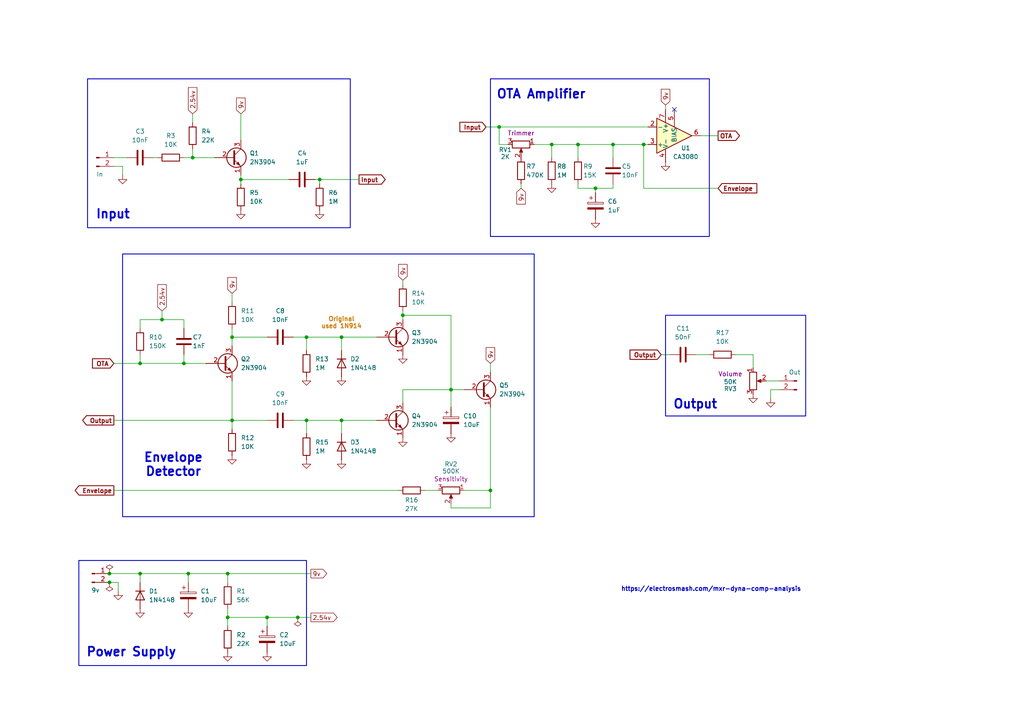
<source format=kicad_sch>
(kicad_sch
	(version 20231120)
	(generator "eeschema")
	(generator_version "8.0")
	(uuid "245c98d5-d496-432c-8b49-fd6338742048")
	(paper "A4")
	(lib_symbols
		(symbol "Amplifier_Operational:CA3080"
			(pin_names
				(offset 0.127)
			)
			(exclude_from_sim no)
			(in_bom yes)
			(on_board yes)
			(property "Reference" "U"
				(at 1.27 3.81 0)
				(effects
					(font
						(size 1.27 1.27)
					)
					(justify left)
				)
			)
			(property "Value" "CA3080"
				(at 1.27 -3.81 0)
				(effects
					(font
						(size 1.27 1.27)
					)
					(justify left)
				)
			)
			(property "Footprint" ""
				(at 0 0 0)
				(effects
					(font
						(size 1.27 1.27)
					)
					(hide yes)
				)
			)
			(property "Datasheet" "http://www.intersil.com/content/dam/Intersil/documents/ca30/ca3080-a.pdf"
				(at 0 2.54 0)
				(effects
					(font
						(size 1.27 1.27)
					)
					(hide yes)
				)
			)
			(property "Description" "2MHz, Operational Transconductance Amplifier (OTA), gM spread 2:1, DIP-8/SOIC-8"
				(at 0 0 0)
				(effects
					(font
						(size 1.27 1.27)
					)
					(hide yes)
				)
			)
			(property "ki_keywords" "operational transconductance amplifier ota"
				(at 0 0 0)
				(effects
					(font
						(size 1.27 1.27)
					)
					(hide yes)
				)
			)
			(property "ki_fp_filters" "DIP*W7.62mm* SOIC*3.9x4.9mm*P1.27mm*"
				(at 0 0 0)
				(effects
					(font
						(size 1.27 1.27)
					)
					(hide yes)
				)
			)
			(symbol "CA3080_0_1"
				(polyline
					(pts
						(xy 5.08 0) (xy -5.08 -5.08) (xy -5.08 5.08) (xy 5.08 0)
					)
					(stroke
						(width 0.254)
						(type default)
					)
					(fill
						(type background)
					)
				)
			)
			(symbol "CA3080_1_1"
				(pin no_connect line
					(at -2.54 2.54 270)
					(length 2.54) hide
					(name "NC"
						(effects
							(font
								(size 1.27 1.27)
							)
						)
					)
					(number "1"
						(effects
							(font
								(size 1.27 1.27)
							)
						)
					)
				)
				(pin input line
					(at -7.62 2.54 0)
					(length 2.54)
					(name "-"
						(effects
							(font
								(size 1.27 1.27)
							)
						)
					)
					(number "2"
						(effects
							(font
								(size 1.27 1.27)
							)
						)
					)
				)
				(pin input line
					(at -7.62 -2.54 0)
					(length 2.54)
					(name "+"
						(effects
							(font
								(size 1.27 1.27)
							)
						)
					)
					(number "3"
						(effects
							(font
								(size 1.27 1.27)
							)
						)
					)
				)
				(pin power_in line
					(at -2.54 -7.62 90)
					(length 3.81)
					(name "V-"
						(effects
							(font
								(size 1.27 1.27)
							)
						)
					)
					(number "4"
						(effects
							(font
								(size 1.27 1.27)
							)
						)
					)
				)
				(pin passive line
					(at 0 7.62 270)
					(length 5.08)
					(name "BIAS"
						(effects
							(font
								(size 1.27 1.27)
							)
						)
					)
					(number "5"
						(effects
							(font
								(size 1.27 1.27)
							)
						)
					)
				)
				(pin output line
					(at 7.62 0 180)
					(length 2.54)
					(name "~"
						(effects
							(font
								(size 1.27 1.27)
							)
						)
					)
					(number "6"
						(effects
							(font
								(size 1.27 1.27)
							)
						)
					)
				)
				(pin power_in line
					(at -2.54 7.62 270)
					(length 3.81)
					(name "V+"
						(effects
							(font
								(size 1.27 1.27)
							)
						)
					)
					(number "7"
						(effects
							(font
								(size 1.27 1.27)
							)
						)
					)
				)
				(pin no_connect line
					(at 0 2.54 270)
					(length 2.54) hide
					(name "NC"
						(effects
							(font
								(size 1.27 1.27)
							)
						)
					)
					(number "8"
						(effects
							(font
								(size 1.27 1.27)
							)
						)
					)
				)
			)
		)
		(symbol "Connector:Conn_01x02_Pin"
			(pin_names
				(offset 1.016) hide)
			(exclude_from_sim no)
			(in_bom yes)
			(on_board yes)
			(property "Reference" "J"
				(at 0 2.54 0)
				(effects
					(font
						(size 1.27 1.27)
					)
				)
			)
			(property "Value" "Conn_01x02_Pin"
				(at 0 -5.08 0)
				(effects
					(font
						(size 1.27 1.27)
					)
				)
			)
			(property "Footprint" ""
				(at 0 0 0)
				(effects
					(font
						(size 1.27 1.27)
					)
					(hide yes)
				)
			)
			(property "Datasheet" "~"
				(at 0 0 0)
				(effects
					(font
						(size 1.27 1.27)
					)
					(hide yes)
				)
			)
			(property "Description" "Generic connector, single row, 01x02, script generated"
				(at 0 0 0)
				(effects
					(font
						(size 1.27 1.27)
					)
					(hide yes)
				)
			)
			(property "ki_locked" ""
				(at 0 0 0)
				(effects
					(font
						(size 1.27 1.27)
					)
				)
			)
			(property "ki_keywords" "connector"
				(at 0 0 0)
				(effects
					(font
						(size 1.27 1.27)
					)
					(hide yes)
				)
			)
			(property "ki_fp_filters" "Connector*:*_1x??_*"
				(at 0 0 0)
				(effects
					(font
						(size 1.27 1.27)
					)
					(hide yes)
				)
			)
			(symbol "Conn_01x02_Pin_1_1"
				(polyline
					(pts
						(xy 1.27 -2.54) (xy 0.8636 -2.54)
					)
					(stroke
						(width 0.1524)
						(type default)
					)
					(fill
						(type none)
					)
				)
				(polyline
					(pts
						(xy 1.27 0) (xy 0.8636 0)
					)
					(stroke
						(width 0.1524)
						(type default)
					)
					(fill
						(type none)
					)
				)
				(rectangle
					(start 0.8636 -2.413)
					(end 0 -2.667)
					(stroke
						(width 0.1524)
						(type default)
					)
					(fill
						(type outline)
					)
				)
				(rectangle
					(start 0.8636 0.127)
					(end 0 -0.127)
					(stroke
						(width 0.1524)
						(type default)
					)
					(fill
						(type outline)
					)
				)
				(pin passive line
					(at 5.08 0 180)
					(length 3.81)
					(name "Pin_1"
						(effects
							(font
								(size 1.27 1.27)
							)
						)
					)
					(number "1"
						(effects
							(font
								(size 1.27 1.27)
							)
						)
					)
				)
				(pin passive line
					(at 5.08 -2.54 180)
					(length 3.81)
					(name "Pin_2"
						(effects
							(font
								(size 1.27 1.27)
							)
						)
					)
					(number "2"
						(effects
							(font
								(size 1.27 1.27)
							)
						)
					)
				)
			)
		)
		(symbol "Device:C"
			(pin_numbers hide)
			(pin_names
				(offset 0.254)
			)
			(exclude_from_sim no)
			(in_bom yes)
			(on_board yes)
			(property "Reference" "C"
				(at 0.635 2.54 0)
				(effects
					(font
						(size 1.27 1.27)
					)
					(justify left)
				)
			)
			(property "Value" "C"
				(at 0.635 -2.54 0)
				(effects
					(font
						(size 1.27 1.27)
					)
					(justify left)
				)
			)
			(property "Footprint" ""
				(at 0.9652 -3.81 0)
				(effects
					(font
						(size 1.27 1.27)
					)
					(hide yes)
				)
			)
			(property "Datasheet" "~"
				(at 0 0 0)
				(effects
					(font
						(size 1.27 1.27)
					)
					(hide yes)
				)
			)
			(property "Description" "Unpolarized capacitor"
				(at 0 0 0)
				(effects
					(font
						(size 1.27 1.27)
					)
					(hide yes)
				)
			)
			(property "ki_keywords" "cap capacitor"
				(at 0 0 0)
				(effects
					(font
						(size 1.27 1.27)
					)
					(hide yes)
				)
			)
			(property "ki_fp_filters" "C_*"
				(at 0 0 0)
				(effects
					(font
						(size 1.27 1.27)
					)
					(hide yes)
				)
			)
			(symbol "C_0_1"
				(polyline
					(pts
						(xy -2.032 -0.762) (xy 2.032 -0.762)
					)
					(stroke
						(width 0.508)
						(type default)
					)
					(fill
						(type none)
					)
				)
				(polyline
					(pts
						(xy -2.032 0.762) (xy 2.032 0.762)
					)
					(stroke
						(width 0.508)
						(type default)
					)
					(fill
						(type none)
					)
				)
			)
			(symbol "C_1_1"
				(pin passive line
					(at 0 3.81 270)
					(length 2.794)
					(name "~"
						(effects
							(font
								(size 1.27 1.27)
							)
						)
					)
					(number "1"
						(effects
							(font
								(size 1.27 1.27)
							)
						)
					)
				)
				(pin passive line
					(at 0 -3.81 90)
					(length 2.794)
					(name "~"
						(effects
							(font
								(size 1.27 1.27)
							)
						)
					)
					(number "2"
						(effects
							(font
								(size 1.27 1.27)
							)
						)
					)
				)
			)
		)
		(symbol "Device:C_Polarized"
			(pin_numbers hide)
			(pin_names
				(offset 0.254)
			)
			(exclude_from_sim no)
			(in_bom yes)
			(on_board yes)
			(property "Reference" "C"
				(at 0.635 2.54 0)
				(effects
					(font
						(size 1.27 1.27)
					)
					(justify left)
				)
			)
			(property "Value" "C_Polarized"
				(at 0.635 -2.54 0)
				(effects
					(font
						(size 1.27 1.27)
					)
					(justify left)
				)
			)
			(property "Footprint" ""
				(at 0.9652 -3.81 0)
				(effects
					(font
						(size 1.27 1.27)
					)
					(hide yes)
				)
			)
			(property "Datasheet" "~"
				(at 0 0 0)
				(effects
					(font
						(size 1.27 1.27)
					)
					(hide yes)
				)
			)
			(property "Description" "Polarized capacitor"
				(at 0 0 0)
				(effects
					(font
						(size 1.27 1.27)
					)
					(hide yes)
				)
			)
			(property "ki_keywords" "cap capacitor"
				(at 0 0 0)
				(effects
					(font
						(size 1.27 1.27)
					)
					(hide yes)
				)
			)
			(property "ki_fp_filters" "CP_*"
				(at 0 0 0)
				(effects
					(font
						(size 1.27 1.27)
					)
					(hide yes)
				)
			)
			(symbol "C_Polarized_0_1"
				(rectangle
					(start -2.286 0.508)
					(end 2.286 1.016)
					(stroke
						(width 0)
						(type default)
					)
					(fill
						(type none)
					)
				)
				(polyline
					(pts
						(xy -1.778 2.286) (xy -0.762 2.286)
					)
					(stroke
						(width 0)
						(type default)
					)
					(fill
						(type none)
					)
				)
				(polyline
					(pts
						(xy -1.27 2.794) (xy -1.27 1.778)
					)
					(stroke
						(width 0)
						(type default)
					)
					(fill
						(type none)
					)
				)
				(rectangle
					(start 2.286 -0.508)
					(end -2.286 -1.016)
					(stroke
						(width 0)
						(type default)
					)
					(fill
						(type outline)
					)
				)
			)
			(symbol "C_Polarized_1_1"
				(pin passive line
					(at 0 3.81 270)
					(length 2.794)
					(name "~"
						(effects
							(font
								(size 1.27 1.27)
							)
						)
					)
					(number "1"
						(effects
							(font
								(size 1.27 1.27)
							)
						)
					)
				)
				(pin passive line
					(at 0 -3.81 90)
					(length 2.794)
					(name "~"
						(effects
							(font
								(size 1.27 1.27)
							)
						)
					)
					(number "2"
						(effects
							(font
								(size 1.27 1.27)
							)
						)
					)
				)
			)
		)
		(symbol "Device:D"
			(pin_numbers hide)
			(pin_names
				(offset 1.016) hide)
			(exclude_from_sim no)
			(in_bom yes)
			(on_board yes)
			(property "Reference" "D"
				(at 0 2.54 0)
				(effects
					(font
						(size 1.27 1.27)
					)
				)
			)
			(property "Value" "D"
				(at 0 -2.54 0)
				(effects
					(font
						(size 1.27 1.27)
					)
				)
			)
			(property "Footprint" ""
				(at 0 0 0)
				(effects
					(font
						(size 1.27 1.27)
					)
					(hide yes)
				)
			)
			(property "Datasheet" "~"
				(at 0 0 0)
				(effects
					(font
						(size 1.27 1.27)
					)
					(hide yes)
				)
			)
			(property "Description" "Diode"
				(at 0 0 0)
				(effects
					(font
						(size 1.27 1.27)
					)
					(hide yes)
				)
			)
			(property "Sim.Device" "D"
				(at 0 0 0)
				(effects
					(font
						(size 1.27 1.27)
					)
					(hide yes)
				)
			)
			(property "Sim.Pins" "1=K 2=A"
				(at 0 0 0)
				(effects
					(font
						(size 1.27 1.27)
					)
					(hide yes)
				)
			)
			(property "ki_keywords" "diode"
				(at 0 0 0)
				(effects
					(font
						(size 1.27 1.27)
					)
					(hide yes)
				)
			)
			(property "ki_fp_filters" "TO-???* *_Diode_* *SingleDiode* D_*"
				(at 0 0 0)
				(effects
					(font
						(size 1.27 1.27)
					)
					(hide yes)
				)
			)
			(symbol "D_0_1"
				(polyline
					(pts
						(xy -1.27 1.27) (xy -1.27 -1.27)
					)
					(stroke
						(width 0.254)
						(type default)
					)
					(fill
						(type none)
					)
				)
				(polyline
					(pts
						(xy 1.27 0) (xy -1.27 0)
					)
					(stroke
						(width 0)
						(type default)
					)
					(fill
						(type none)
					)
				)
				(polyline
					(pts
						(xy 1.27 1.27) (xy 1.27 -1.27) (xy -1.27 0) (xy 1.27 1.27)
					)
					(stroke
						(width 0.254)
						(type default)
					)
					(fill
						(type none)
					)
				)
			)
			(symbol "D_1_1"
				(pin passive line
					(at -3.81 0 0)
					(length 2.54)
					(name "K"
						(effects
							(font
								(size 1.27 1.27)
							)
						)
					)
					(number "1"
						(effects
							(font
								(size 1.27 1.27)
							)
						)
					)
				)
				(pin passive line
					(at 3.81 0 180)
					(length 2.54)
					(name "A"
						(effects
							(font
								(size 1.27 1.27)
							)
						)
					)
					(number "2"
						(effects
							(font
								(size 1.27 1.27)
							)
						)
					)
				)
			)
		)
		(symbol "Device:R"
			(pin_numbers hide)
			(pin_names
				(offset 0)
			)
			(exclude_from_sim no)
			(in_bom yes)
			(on_board yes)
			(property "Reference" "R"
				(at 2.032 0 90)
				(effects
					(font
						(size 1.27 1.27)
					)
				)
			)
			(property "Value" "R"
				(at 0 0 90)
				(effects
					(font
						(size 1.27 1.27)
					)
				)
			)
			(property "Footprint" ""
				(at -1.778 0 90)
				(effects
					(font
						(size 1.27 1.27)
					)
					(hide yes)
				)
			)
			(property "Datasheet" "~"
				(at 0 0 0)
				(effects
					(font
						(size 1.27 1.27)
					)
					(hide yes)
				)
			)
			(property "Description" "Resistor"
				(at 0 0 0)
				(effects
					(font
						(size 1.27 1.27)
					)
					(hide yes)
				)
			)
			(property "ki_keywords" "R res resistor"
				(at 0 0 0)
				(effects
					(font
						(size 1.27 1.27)
					)
					(hide yes)
				)
			)
			(property "ki_fp_filters" "R_*"
				(at 0 0 0)
				(effects
					(font
						(size 1.27 1.27)
					)
					(hide yes)
				)
			)
			(symbol "R_0_1"
				(rectangle
					(start -1.016 -2.54)
					(end 1.016 2.54)
					(stroke
						(width 0.254)
						(type default)
					)
					(fill
						(type none)
					)
				)
			)
			(symbol "R_1_1"
				(pin passive line
					(at 0 3.81 270)
					(length 1.27)
					(name "~"
						(effects
							(font
								(size 1.27 1.27)
							)
						)
					)
					(number "1"
						(effects
							(font
								(size 1.27 1.27)
							)
						)
					)
				)
				(pin passive line
					(at 0 -3.81 90)
					(length 1.27)
					(name "~"
						(effects
							(font
								(size 1.27 1.27)
							)
						)
					)
					(number "2"
						(effects
							(font
								(size 1.27 1.27)
							)
						)
					)
				)
			)
		)
		(symbol "Device:R_Potentiometer"
			(pin_names
				(offset 1.016) hide)
			(exclude_from_sim no)
			(in_bom yes)
			(on_board yes)
			(property "Reference" "RV"
				(at -4.445 0 90)
				(effects
					(font
						(size 1.27 1.27)
					)
				)
			)
			(property "Value" "R_Potentiometer"
				(at -2.54 0 90)
				(effects
					(font
						(size 1.27 1.27)
					)
				)
			)
			(property "Footprint" ""
				(at 0 0 0)
				(effects
					(font
						(size 1.27 1.27)
					)
					(hide yes)
				)
			)
			(property "Datasheet" "~"
				(at 0 0 0)
				(effects
					(font
						(size 1.27 1.27)
					)
					(hide yes)
				)
			)
			(property "Description" "Potentiometer"
				(at 0 0 0)
				(effects
					(font
						(size 1.27 1.27)
					)
					(hide yes)
				)
			)
			(property "ki_keywords" "resistor variable"
				(at 0 0 0)
				(effects
					(font
						(size 1.27 1.27)
					)
					(hide yes)
				)
			)
			(property "ki_fp_filters" "Potentiometer*"
				(at 0 0 0)
				(effects
					(font
						(size 1.27 1.27)
					)
					(hide yes)
				)
			)
			(symbol "R_Potentiometer_0_1"
				(polyline
					(pts
						(xy 2.54 0) (xy 1.524 0)
					)
					(stroke
						(width 0)
						(type default)
					)
					(fill
						(type none)
					)
				)
				(polyline
					(pts
						(xy 1.143 0) (xy 2.286 0.508) (xy 2.286 -0.508) (xy 1.143 0)
					)
					(stroke
						(width 0)
						(type default)
					)
					(fill
						(type outline)
					)
				)
				(rectangle
					(start 1.016 2.54)
					(end -1.016 -2.54)
					(stroke
						(width 0.254)
						(type default)
					)
					(fill
						(type none)
					)
				)
			)
			(symbol "R_Potentiometer_1_1"
				(pin passive line
					(at 0 3.81 270)
					(length 1.27)
					(name "1"
						(effects
							(font
								(size 1.27 1.27)
							)
						)
					)
					(number "1"
						(effects
							(font
								(size 1.27 1.27)
							)
						)
					)
				)
				(pin passive line
					(at 3.81 0 180)
					(length 1.27)
					(name "2"
						(effects
							(font
								(size 1.27 1.27)
							)
						)
					)
					(number "2"
						(effects
							(font
								(size 1.27 1.27)
							)
						)
					)
				)
				(pin passive line
					(at 0 -3.81 90)
					(length 1.27)
					(name "3"
						(effects
							(font
								(size 1.27 1.27)
							)
						)
					)
					(number "3"
						(effects
							(font
								(size 1.27 1.27)
							)
						)
					)
				)
			)
		)
		(symbol "Transistor_BJT:2N3904"
			(pin_names
				(offset 0) hide)
			(exclude_from_sim no)
			(in_bom yes)
			(on_board yes)
			(property "Reference" "Q"
				(at 5.08 1.905 0)
				(effects
					(font
						(size 1.27 1.27)
					)
					(justify left)
				)
			)
			(property "Value" "2N3904"
				(at 5.08 0 0)
				(effects
					(font
						(size 1.27 1.27)
					)
					(justify left)
				)
			)
			(property "Footprint" "Package_TO_SOT_THT:TO-92_Inline"
				(at 5.08 -1.905 0)
				(effects
					(font
						(size 1.27 1.27)
						(italic yes)
					)
					(justify left)
					(hide yes)
				)
			)
			(property "Datasheet" "https://www.onsemi.com/pub/Collateral/2N3903-D.PDF"
				(at 0 0 0)
				(effects
					(font
						(size 1.27 1.27)
					)
					(justify left)
					(hide yes)
				)
			)
			(property "Description" "0.2A Ic, 40V Vce, Small Signal NPN Transistor, TO-92"
				(at 0 0 0)
				(effects
					(font
						(size 1.27 1.27)
					)
					(hide yes)
				)
			)
			(property "ki_keywords" "NPN Transistor"
				(at 0 0 0)
				(effects
					(font
						(size 1.27 1.27)
					)
					(hide yes)
				)
			)
			(property "ki_fp_filters" "TO?92*"
				(at 0 0 0)
				(effects
					(font
						(size 1.27 1.27)
					)
					(hide yes)
				)
			)
			(symbol "2N3904_0_1"
				(polyline
					(pts
						(xy 0.635 0.635) (xy 2.54 2.54)
					)
					(stroke
						(width 0)
						(type default)
					)
					(fill
						(type none)
					)
				)
				(polyline
					(pts
						(xy 0.635 -0.635) (xy 2.54 -2.54) (xy 2.54 -2.54)
					)
					(stroke
						(width 0)
						(type default)
					)
					(fill
						(type none)
					)
				)
				(polyline
					(pts
						(xy 0.635 1.905) (xy 0.635 -1.905) (xy 0.635 -1.905)
					)
					(stroke
						(width 0.508)
						(type default)
					)
					(fill
						(type none)
					)
				)
				(polyline
					(pts
						(xy 1.27 -1.778) (xy 1.778 -1.27) (xy 2.286 -2.286) (xy 1.27 -1.778) (xy 1.27 -1.778)
					)
					(stroke
						(width 0)
						(type default)
					)
					(fill
						(type outline)
					)
				)
				(circle
					(center 1.27 0)
					(radius 2.8194)
					(stroke
						(width 0.254)
						(type default)
					)
					(fill
						(type none)
					)
				)
			)
			(symbol "2N3904_1_1"
				(pin passive line
					(at 2.54 -5.08 90)
					(length 2.54)
					(name "E"
						(effects
							(font
								(size 1.27 1.27)
							)
						)
					)
					(number "1"
						(effects
							(font
								(size 1.27 1.27)
							)
						)
					)
				)
				(pin passive line
					(at -5.08 0 0)
					(length 5.715)
					(name "B"
						(effects
							(font
								(size 1.27 1.27)
							)
						)
					)
					(number "2"
						(effects
							(font
								(size 1.27 1.27)
							)
						)
					)
				)
				(pin passive line
					(at 2.54 5.08 270)
					(length 2.54)
					(name "C"
						(effects
							(font
								(size 1.27 1.27)
							)
						)
					)
					(number "3"
						(effects
							(font
								(size 1.27 1.27)
							)
						)
					)
				)
			)
		)
		(symbol "power:GND"
			(power)
			(pin_numbers hide)
			(pin_names
				(offset 0) hide)
			(exclude_from_sim no)
			(in_bom yes)
			(on_board yes)
			(property "Reference" "#PWR"
				(at 0 -6.35 0)
				(effects
					(font
						(size 1.27 1.27)
					)
					(hide yes)
				)
			)
			(property "Value" "GND"
				(at 0 -3.81 0)
				(effects
					(font
						(size 1.27 1.27)
					)
				)
			)
			(property "Footprint" ""
				(at 0 0 0)
				(effects
					(font
						(size 1.27 1.27)
					)
					(hide yes)
				)
			)
			(property "Datasheet" ""
				(at 0 0 0)
				(effects
					(font
						(size 1.27 1.27)
					)
					(hide yes)
				)
			)
			(property "Description" "Power symbol creates a global label with name \"GND\" , ground"
				(at 0 0 0)
				(effects
					(font
						(size 1.27 1.27)
					)
					(hide yes)
				)
			)
			(property "ki_keywords" "global power"
				(at 0 0 0)
				(effects
					(font
						(size 1.27 1.27)
					)
					(hide yes)
				)
			)
			(symbol "GND_0_1"
				(polyline
					(pts
						(xy 0 0) (xy 0 -1.27) (xy 1.27 -1.27) (xy 0 -2.54) (xy -1.27 -1.27) (xy 0 -1.27)
					)
					(stroke
						(width 0)
						(type default)
					)
					(fill
						(type none)
					)
				)
			)
			(symbol "GND_1_1"
				(pin power_in line
					(at 0 0 270)
					(length 0)
					(name "~"
						(effects
							(font
								(size 1.27 1.27)
							)
						)
					)
					(number "1"
						(effects
							(font
								(size 1.27 1.27)
							)
						)
					)
				)
			)
		)
		(symbol "power:PWR_FLAG"
			(power)
			(pin_numbers hide)
			(pin_names
				(offset 0) hide)
			(exclude_from_sim no)
			(in_bom yes)
			(on_board yes)
			(property "Reference" "#FLG"
				(at 0 1.905 0)
				(effects
					(font
						(size 1.27 1.27)
					)
					(hide yes)
				)
			)
			(property "Value" "PWR_FLAG"
				(at 0 3.81 0)
				(effects
					(font
						(size 1.27 1.27)
					)
				)
			)
			(property "Footprint" ""
				(at 0 0 0)
				(effects
					(font
						(size 1.27 1.27)
					)
					(hide yes)
				)
			)
			(property "Datasheet" "~"
				(at 0 0 0)
				(effects
					(font
						(size 1.27 1.27)
					)
					(hide yes)
				)
			)
			(property "Description" "Special symbol for telling ERC where power comes from"
				(at 0 0 0)
				(effects
					(font
						(size 1.27 1.27)
					)
					(hide yes)
				)
			)
			(property "ki_keywords" "flag power"
				(at 0 0 0)
				(effects
					(font
						(size 1.27 1.27)
					)
					(hide yes)
				)
			)
			(symbol "PWR_FLAG_0_0"
				(pin power_out line
					(at 0 0 90)
					(length 0)
					(name "~"
						(effects
							(font
								(size 1.27 1.27)
							)
						)
					)
					(number "1"
						(effects
							(font
								(size 1.27 1.27)
							)
						)
					)
				)
			)
			(symbol "PWR_FLAG_0_1"
				(polyline
					(pts
						(xy 0 0) (xy 0 1.27) (xy -1.016 1.905) (xy 0 2.54) (xy 1.016 1.905) (xy 0 1.27)
					)
					(stroke
						(width 0)
						(type default)
					)
					(fill
						(type none)
					)
				)
			)
		)
	)
	(junction
		(at 54.61 166.37)
		(diameter 0)
		(color 0 0 0 0)
		(uuid "12db655b-af1d-40a1-a22e-56c29866e019")
	)
	(junction
		(at 31.75 166.37)
		(diameter 0)
		(color 0 0 0 0)
		(uuid "16675160-60a8-4e1b-a4a9-a75972c079df")
	)
	(junction
		(at 144.78 36.83)
		(diameter 0)
		(color 0 0 0 0)
		(uuid "23cb31ed-ed0e-4d6f-ae14-4ab5911c6419")
	)
	(junction
		(at 66.04 179.07)
		(diameter 0)
		(color 0 0 0 0)
		(uuid "2ad1eb73-fce2-49da-9bb9-f39c93b65c1a")
	)
	(junction
		(at 88.9 97.79)
		(diameter 0)
		(color 0 0 0 0)
		(uuid "3df77abc-0d9a-47fe-8959-39bfdf556545")
	)
	(junction
		(at 66.04 166.37)
		(diameter 0)
		(color 0 0 0 0)
		(uuid "3e9ddabe-ea9a-4eff-abf6-6a15ce6a4c8c")
	)
	(junction
		(at 67.31 121.92)
		(diameter 0)
		(color 0 0 0 0)
		(uuid "3fbb1f45-4029-404e-b195-dad547ffb6f9")
	)
	(junction
		(at 46.99 92.71)
		(diameter 0)
		(color 0 0 0 0)
		(uuid "43e1003f-4920-401d-832f-42a6f1232c16")
	)
	(junction
		(at 88.9 121.92)
		(diameter 0)
		(color 0 0 0 0)
		(uuid "523112d8-edc1-44c7-8425-b2bd4d77cb00")
	)
	(junction
		(at 77.47 179.07)
		(diameter 0)
		(color 0 0 0 0)
		(uuid "565ea850-375f-43db-8a14-73b7fb37302d")
	)
	(junction
		(at 40.64 166.37)
		(diameter 0)
		(color 0 0 0 0)
		(uuid "5bdcebef-ff42-4513-85bb-d0339fe5261f")
	)
	(junction
		(at 69.85 52.07)
		(diameter 0)
		(color 0 0 0 0)
		(uuid "6f256624-ab85-46a8-8a54-67a7595232ff")
	)
	(junction
		(at 40.64 105.41)
		(diameter 0)
		(color 0 0 0 0)
		(uuid "7413b404-ca78-4aeb-a5ca-ebeb1ebddbe5")
	)
	(junction
		(at 92.71 52.07)
		(diameter 0)
		(color 0 0 0 0)
		(uuid "806aebbe-9d1c-4d09-85a3-a66236f4b2cc")
	)
	(junction
		(at 99.06 121.92)
		(diameter 0)
		(color 0 0 0 0)
		(uuid "84224b55-afa2-4790-8053-3ce4491e5b33")
	)
	(junction
		(at 55.88 45.72)
		(diameter 0)
		(color 0 0 0 0)
		(uuid "935c259e-08d7-47c0-bda6-3204780fb7a3")
	)
	(junction
		(at 116.84 91.44)
		(diameter 0)
		(color 0 0 0 0)
		(uuid "972fd9ef-d1de-439a-8368-3fd32d9db62c")
	)
	(junction
		(at 160.02 41.91)
		(diameter 0)
		(color 0 0 0 0)
		(uuid "9785c619-9cc5-4052-942f-fa8919426038")
	)
	(junction
		(at 53.34 105.41)
		(diameter 0)
		(color 0 0 0 0)
		(uuid "9d89d2f1-e485-439b-9f39-65848b756043")
	)
	(junction
		(at 130.81 113.03)
		(diameter 0)
		(color 0 0 0 0)
		(uuid "9d8e5531-1c19-4812-a621-420dfeb109c6")
	)
	(junction
		(at 186.69 41.91)
		(diameter 0)
		(color 0 0 0 0)
		(uuid "bba5db94-74c0-418d-8ef1-02db97fa67a7")
	)
	(junction
		(at 99.06 97.79)
		(diameter 0)
		(color 0 0 0 0)
		(uuid "c0c3fd85-9da9-4033-a845-791d4e81df28")
	)
	(junction
		(at 86.36 179.07)
		(diameter 0)
		(color 0 0 0 0)
		(uuid "e22a0a11-0eb2-457a-8cac-3b436c273ac7")
	)
	(junction
		(at 142.24 142.24)
		(diameter 0)
		(color 0 0 0 0)
		(uuid "e3a8897e-b3cc-41cb-a365-1632e4f7bcf4")
	)
	(junction
		(at 31.75 168.91)
		(diameter 0)
		(color 0 0 0 0)
		(uuid "edfed4d9-1eb7-45ff-a89e-394f46dedf31")
	)
	(junction
		(at 177.8 41.91)
		(diameter 0)
		(color 0 0 0 0)
		(uuid "f2b8a1f4-24c6-44fb-bce4-0940fd7dce06")
	)
	(junction
		(at 167.64 41.91)
		(diameter 0)
		(color 0 0 0 0)
		(uuid "fa8ea06c-1377-4015-a3e0-7d244efea923")
	)
	(junction
		(at 172.72 54.61)
		(diameter 0)
		(color 0 0 0 0)
		(uuid "fe278251-a9bc-40d3-8ebe-def2cfbd5027")
	)
	(junction
		(at 67.31 97.79)
		(diameter 0)
		(color 0 0 0 0)
		(uuid "fe87e9a6-8d43-4307-a467-866b9729b6ef")
	)
	(no_connect
		(at 195.58 31.75)
		(uuid "a6c032a3-4a6b-4a72-bba3-2a247647a145")
	)
	(wire
		(pts
			(xy 99.06 121.92) (xy 88.9 121.92)
		)
		(stroke
			(width 0)
			(type default)
		)
		(uuid "009550e1-141f-4843-bced-27edaf78aacf")
	)
	(wire
		(pts
			(xy 99.06 101.6) (xy 99.06 97.79)
		)
		(stroke
			(width 0)
			(type default)
		)
		(uuid "013a9399-3713-42fc-b7a2-f7873407ba81")
	)
	(wire
		(pts
			(xy 140.97 36.83) (xy 144.78 36.83)
		)
		(stroke
			(width 0)
			(type default)
		)
		(uuid "02c95fd1-84ef-440a-b2da-04216b6c0d21")
	)
	(wire
		(pts
			(xy 88.9 101.6) (xy 88.9 97.79)
		)
		(stroke
			(width 0)
			(type default)
		)
		(uuid "0326992b-e3a2-4680-bb4c-ea1bd13c74c2")
	)
	(wire
		(pts
			(xy 54.61 166.37) (xy 40.64 166.37)
		)
		(stroke
			(width 0)
			(type default)
		)
		(uuid "0816ccbd-9456-4a5f-8a00-0b89c89553bf")
	)
	(wire
		(pts
			(xy 151.13 53.34) (xy 151.13 54.61)
		)
		(stroke
			(width 0)
			(type default)
		)
		(uuid "08726ca7-ed7f-4ff7-be3b-e0e06e324058")
	)
	(wire
		(pts
			(xy 142.24 147.32) (xy 142.24 142.24)
		)
		(stroke
			(width 0)
			(type default)
		)
		(uuid "08ee18db-49ac-4a22-b797-26627284d6fd")
	)
	(wire
		(pts
			(xy 55.88 45.72) (xy 62.23 45.72)
		)
		(stroke
			(width 0)
			(type default)
		)
		(uuid "0a9d521a-c168-461a-be33-6eb346a2950e")
	)
	(wire
		(pts
			(xy 33.02 121.92) (xy 67.31 121.92)
		)
		(stroke
			(width 0)
			(type default)
		)
		(uuid "0ca80268-e622-46d4-b31e-268abb790392")
	)
	(wire
		(pts
			(xy 186.69 54.61) (xy 186.69 41.91)
		)
		(stroke
			(width 0)
			(type default)
		)
		(uuid "0ccd1d57-59ae-40ce-8a5a-a4c33752bb25")
	)
	(wire
		(pts
			(xy 69.85 52.07) (xy 83.82 52.07)
		)
		(stroke
			(width 0)
			(type default)
		)
		(uuid "0ce2c225-24f1-4fa2-8604-67ce2926d925")
	)
	(wire
		(pts
			(xy 67.31 110.49) (xy 67.31 121.92)
		)
		(stroke
			(width 0)
			(type default)
		)
		(uuid "0e6f7166-0191-4141-bc79-b68dc6205b67")
	)
	(wire
		(pts
			(xy 142.24 105.41) (xy 142.24 107.95)
		)
		(stroke
			(width 0)
			(type default)
		)
		(uuid "0efd5718-fa29-4002-a50b-bb77bce6d586")
	)
	(wire
		(pts
			(xy 66.04 176.53) (xy 66.04 179.07)
		)
		(stroke
			(width 0)
			(type default)
		)
		(uuid "0f6ec02f-96e2-4695-a33a-2a54221d155d")
	)
	(wire
		(pts
			(xy 177.8 41.91) (xy 177.8 45.72)
		)
		(stroke
			(width 0)
			(type default)
		)
		(uuid "10a9ad06-b5e2-463d-af24-dfaba7fc18a8")
	)
	(wire
		(pts
			(xy 142.24 118.11) (xy 142.24 142.24)
		)
		(stroke
			(width 0)
			(type default)
		)
		(uuid "10bed138-298f-4ac8-bfa1-004bb00d4ee8")
	)
	(wire
		(pts
			(xy 167.64 53.34) (xy 167.64 54.61)
		)
		(stroke
			(width 0)
			(type default)
		)
		(uuid "11edf998-3822-4f78-8074-240f5fb10a8a")
	)
	(wire
		(pts
			(xy 40.64 105.41) (xy 53.34 105.41)
		)
		(stroke
			(width 0)
			(type default)
		)
		(uuid "1a1366a3-059b-4ada-94dd-6169c6a59e1a")
	)
	(wire
		(pts
			(xy 177.8 54.61) (xy 177.8 53.34)
		)
		(stroke
			(width 0)
			(type default)
		)
		(uuid "1b806450-aec1-4538-b8d0-24aa38ec8bf5")
	)
	(wire
		(pts
			(xy 88.9 121.92) (xy 85.09 121.92)
		)
		(stroke
			(width 0)
			(type default)
		)
		(uuid "1d1efaa4-0df4-476d-a8fe-c8df4daf6cb5")
	)
	(wire
		(pts
			(xy 116.84 91.44) (xy 116.84 92.71)
		)
		(stroke
			(width 0)
			(type default)
		)
		(uuid "1eca76ba-aff6-4ac0-85f8-492ccd89108c")
	)
	(wire
		(pts
			(xy 67.31 121.92) (xy 67.31 124.46)
		)
		(stroke
			(width 0)
			(type default)
		)
		(uuid "2442cac0-38b4-484a-819e-398dd3b6a111")
	)
	(wire
		(pts
			(xy 34.29 168.91) (xy 31.75 168.91)
		)
		(stroke
			(width 0)
			(type default)
		)
		(uuid "2806e0b6-ddb3-451a-a2de-89e6e1835d8b")
	)
	(wire
		(pts
			(xy 92.71 52.07) (xy 104.14 52.07)
		)
		(stroke
			(width 0)
			(type default)
		)
		(uuid "2860ace2-dcf5-4678-a8eb-b03399f05184")
	)
	(wire
		(pts
			(xy 69.85 52.07) (xy 69.85 53.34)
		)
		(stroke
			(width 0)
			(type default)
		)
		(uuid "28d25ac8-01e5-4132-aef2-c5217273ac65")
	)
	(wire
		(pts
			(xy 99.06 121.92) (xy 109.22 121.92)
		)
		(stroke
			(width 0)
			(type default)
		)
		(uuid "2ab3d2c3-eb90-4782-8d30-581bbe8c03f0")
	)
	(wire
		(pts
			(xy 67.31 85.09) (xy 67.31 87.63)
		)
		(stroke
			(width 0)
			(type default)
		)
		(uuid "2bb159f3-148a-402e-9b4c-8651b62ab783")
	)
	(wire
		(pts
			(xy 186.69 41.91) (xy 187.96 41.91)
		)
		(stroke
			(width 0)
			(type default)
		)
		(uuid "2cb4e24c-1208-4457-a147-561be554daf2")
	)
	(wire
		(pts
			(xy 44.45 45.72) (xy 45.72 45.72)
		)
		(stroke
			(width 0)
			(type default)
		)
		(uuid "32cdf73c-1c32-49ab-aee1-fc336071bfc0")
	)
	(wire
		(pts
			(xy 160.02 41.91) (xy 160.02 45.72)
		)
		(stroke
			(width 0)
			(type default)
		)
		(uuid "35b50c0d-dbd0-4492-a975-c1618fcbac14")
	)
	(wire
		(pts
			(xy 69.85 33.02) (xy 69.85 40.64)
		)
		(stroke
			(width 0)
			(type default)
		)
		(uuid "3b50f88d-a572-4c72-9e83-33a740aee08a")
	)
	(wire
		(pts
			(xy 69.85 50.8) (xy 69.85 52.07)
		)
		(stroke
			(width 0)
			(type default)
		)
		(uuid "3bf2b6a4-ea5b-465a-80ea-5b43160acc74")
	)
	(wire
		(pts
			(xy 160.02 41.91) (xy 154.94 41.91)
		)
		(stroke
			(width 0)
			(type default)
		)
		(uuid "3ddd8cd2-dcc7-46d4-b214-cba307d40e55")
	)
	(wire
		(pts
			(xy 55.88 43.18) (xy 55.88 45.72)
		)
		(stroke
			(width 0)
			(type default)
		)
		(uuid "3ec61f9f-27ce-4a14-a932-01b915edf247")
	)
	(wire
		(pts
			(xy 99.06 125.73) (xy 99.06 121.92)
		)
		(stroke
			(width 0)
			(type default)
		)
		(uuid "43c308a0-879b-45b6-838a-87af0ade3e6f")
	)
	(wire
		(pts
			(xy 130.81 113.03) (xy 134.62 113.03)
		)
		(stroke
			(width 0)
			(type default)
		)
		(uuid "463abb8d-9295-4c33-b001-1cd779ddf0ec")
	)
	(wire
		(pts
			(xy 208.28 54.61) (xy 186.69 54.61)
		)
		(stroke
			(width 0)
			(type default)
		)
		(uuid "47712bda-e07d-4119-ae85-d040f7873325")
	)
	(wire
		(pts
			(xy 147.32 41.91) (xy 144.78 41.91)
		)
		(stroke
			(width 0)
			(type default)
		)
		(uuid "4809e5ef-57a9-4b89-a7b4-3752b439622c")
	)
	(wire
		(pts
			(xy 226.06 113.03) (xy 223.52 113.03)
		)
		(stroke
			(width 0)
			(type default)
		)
		(uuid "4a2aea31-69dd-49c1-8768-f523bd579d37")
	)
	(wire
		(pts
			(xy 40.64 168.91) (xy 40.64 166.37)
		)
		(stroke
			(width 0)
			(type default)
		)
		(uuid "4ce8c34d-8f08-40a9-9742-16de1b99555f")
	)
	(wire
		(pts
			(xy 203.2 39.37) (xy 208.28 39.37)
		)
		(stroke
			(width 0)
			(type default)
		)
		(uuid "530f1a5d-4937-4377-8a41-b6c3d5a9500d")
	)
	(wire
		(pts
			(xy 92.71 53.34) (xy 92.71 52.07)
		)
		(stroke
			(width 0)
			(type default)
		)
		(uuid "5a95a596-a189-4590-aa4f-09beb77fe5f2")
	)
	(wire
		(pts
			(xy 130.81 147.32) (xy 142.24 147.32)
		)
		(stroke
			(width 0)
			(type default)
		)
		(uuid "5a9c8e48-9f82-4730-a6cb-42c050882027")
	)
	(wire
		(pts
			(xy 130.81 113.03) (xy 130.81 91.44)
		)
		(stroke
			(width 0)
			(type default)
		)
		(uuid "5c28d886-f4dc-4bef-995b-80ff5dc52279")
	)
	(wire
		(pts
			(xy 40.64 166.37) (xy 31.75 166.37)
		)
		(stroke
			(width 0)
			(type default)
		)
		(uuid "60dbb1b5-007b-49b4-b340-1b47aa753e9e")
	)
	(wire
		(pts
			(xy 167.64 41.91) (xy 167.64 45.72)
		)
		(stroke
			(width 0)
			(type default)
		)
		(uuid "622dbd57-f953-4154-83c4-a3c53633052c")
	)
	(wire
		(pts
			(xy 123.19 142.24) (xy 127 142.24)
		)
		(stroke
			(width 0)
			(type default)
		)
		(uuid "622e2455-2846-4dab-aa16-b31f937c2a9a")
	)
	(wire
		(pts
			(xy 193.04 30.48) (xy 193.04 31.75)
		)
		(stroke
			(width 0)
			(type default)
		)
		(uuid "623b66cc-f3d9-4c5e-8b1d-e92b854b5237")
	)
	(wire
		(pts
			(xy 33.02 105.41) (xy 40.64 105.41)
		)
		(stroke
			(width 0)
			(type default)
		)
		(uuid "668d31d7-41d2-463b-8c76-7f980a08dbf5")
	)
	(wire
		(pts
			(xy 40.64 92.71) (xy 46.99 92.71)
		)
		(stroke
			(width 0)
			(type default)
		)
		(uuid "676132fd-9315-428a-b84f-3e03d55eda7b")
	)
	(wire
		(pts
			(xy 66.04 179.07) (xy 66.04 181.61)
		)
		(stroke
			(width 0)
			(type default)
		)
		(uuid "6d8c36b0-8e96-47df-8f7a-0b078fcd6cab")
	)
	(wire
		(pts
			(xy 67.31 97.79) (xy 77.47 97.79)
		)
		(stroke
			(width 0)
			(type default)
		)
		(uuid "7358c9c4-5393-4241-b049-6dd78f57f84c")
	)
	(wire
		(pts
			(xy 46.99 90.17) (xy 46.99 92.71)
		)
		(stroke
			(width 0)
			(type default)
		)
		(uuid "76c65fdd-2dc7-45fc-a978-c7afa5675ae4")
	)
	(wire
		(pts
			(xy 191.77 102.87) (xy 194.31 102.87)
		)
		(stroke
			(width 0)
			(type default)
		)
		(uuid "79b809d6-9812-41b6-b70d-b348f6add966")
	)
	(wire
		(pts
			(xy 172.72 54.61) (xy 177.8 54.61)
		)
		(stroke
			(width 0)
			(type default)
		)
		(uuid "7e802bc4-c1da-4981-82fb-39c7c3afe953")
	)
	(wire
		(pts
			(xy 167.64 54.61) (xy 172.72 54.61)
		)
		(stroke
			(width 0)
			(type default)
		)
		(uuid "7eb55c78-0294-49c0-890f-ba7d037c96e9")
	)
	(wire
		(pts
			(xy 134.62 142.24) (xy 142.24 142.24)
		)
		(stroke
			(width 0)
			(type default)
		)
		(uuid "7f71066a-3f77-4e50-bd33-cfed874eb5d7")
	)
	(wire
		(pts
			(xy 88.9 125.73) (xy 88.9 121.92)
		)
		(stroke
			(width 0)
			(type default)
		)
		(uuid "83ffa500-5ff8-4e12-9922-6386b530ac6e")
	)
	(wire
		(pts
			(xy 144.78 41.91) (xy 144.78 36.83)
		)
		(stroke
			(width 0)
			(type default)
		)
		(uuid "875d70d9-02ba-4352-b0d3-389b187d7199")
	)
	(wire
		(pts
			(xy 66.04 166.37) (xy 54.61 166.37)
		)
		(stroke
			(width 0)
			(type default)
		)
		(uuid "878d2313-2453-4faa-b070-63237db257a4")
	)
	(wire
		(pts
			(xy 116.84 116.84) (xy 116.84 113.03)
		)
		(stroke
			(width 0)
			(type default)
		)
		(uuid "878e37b2-4fcf-4679-8244-056b94ccf510")
	)
	(wire
		(pts
			(xy 33.02 45.72) (xy 36.83 45.72)
		)
		(stroke
			(width 0)
			(type default)
		)
		(uuid "8b3510f0-7bdb-43fa-a688-eafe668f9430")
	)
	(wire
		(pts
			(xy 99.06 97.79) (xy 88.9 97.79)
		)
		(stroke
			(width 0)
			(type default)
		)
		(uuid "91e37887-68db-49eb-8d04-1e0139007cdb")
	)
	(wire
		(pts
			(xy 55.88 45.72) (xy 53.34 45.72)
		)
		(stroke
			(width 0)
			(type default)
		)
		(uuid "93958db3-9840-4f56-a066-273bb01e4e7e")
	)
	(wire
		(pts
			(xy 86.36 179.07) (xy 90.17 179.07)
		)
		(stroke
			(width 0)
			(type default)
		)
		(uuid "98381c1a-0552-4560-b024-df272425c2a2")
	)
	(wire
		(pts
			(xy 35.56 50.8) (xy 35.56 48.26)
		)
		(stroke
			(width 0)
			(type default)
		)
		(uuid "9a205185-f700-4ae3-97bc-4c5d9e5e517a")
	)
	(wire
		(pts
			(xy 99.06 97.79) (xy 109.22 97.79)
		)
		(stroke
			(width 0)
			(type default)
		)
		(uuid "9a4f6bb2-decb-4d3a-91cc-7ce1f614b86a")
	)
	(wire
		(pts
			(xy 53.34 105.41) (xy 53.34 102.87)
		)
		(stroke
			(width 0)
			(type default)
		)
		(uuid "9b15443e-18fe-4325-8b88-ee689b961ad7")
	)
	(wire
		(pts
			(xy 92.71 52.07) (xy 91.44 52.07)
		)
		(stroke
			(width 0)
			(type default)
		)
		(uuid "a2428e58-5a8f-458d-a353-597d634da64b")
	)
	(wire
		(pts
			(xy 67.31 95.25) (xy 67.31 97.79)
		)
		(stroke
			(width 0)
			(type default)
		)
		(uuid "a26ac130-562d-41f0-80eb-261850e7ca6c")
	)
	(wire
		(pts
			(xy 35.56 48.26) (xy 33.02 48.26)
		)
		(stroke
			(width 0)
			(type default)
		)
		(uuid "a431fcdd-0f31-4bf1-9ff0-b391581d8bfe")
	)
	(wire
		(pts
			(xy 90.17 166.37) (xy 66.04 166.37)
		)
		(stroke
			(width 0)
			(type default)
		)
		(uuid "a6b5bb54-cf22-471a-a66e-42d8228586a6")
	)
	(wire
		(pts
			(xy 53.34 92.71) (xy 53.34 95.25)
		)
		(stroke
			(width 0)
			(type default)
		)
		(uuid "a932a173-ebd2-4438-8db7-eb9c8131e8c8")
	)
	(wire
		(pts
			(xy 53.34 105.41) (xy 59.69 105.41)
		)
		(stroke
			(width 0)
			(type default)
		)
		(uuid "a97489a4-026a-44d7-a624-460e2fae7d21")
	)
	(wire
		(pts
			(xy 218.44 106.68) (xy 218.44 102.87)
		)
		(stroke
			(width 0)
			(type default)
		)
		(uuid "aa34bfdf-b371-4e76-9812-386499ca74ed")
	)
	(wire
		(pts
			(xy 34.29 171.45) (xy 34.29 168.91)
		)
		(stroke
			(width 0)
			(type default)
		)
		(uuid "ac573211-3c89-4f6f-9938-b15d92857b7f")
	)
	(wire
		(pts
			(xy 116.84 90.17) (xy 116.84 91.44)
		)
		(stroke
			(width 0)
			(type default)
		)
		(uuid "acd3cd8f-31d9-4b3f-8a76-62f4a83bfd23")
	)
	(wire
		(pts
			(xy 160.02 41.91) (xy 167.64 41.91)
		)
		(stroke
			(width 0)
			(type default)
		)
		(uuid "ad2eba70-994d-4565-890a-e9e324f59428")
	)
	(wire
		(pts
			(xy 130.81 146.05) (xy 130.81 147.32)
		)
		(stroke
			(width 0)
			(type default)
		)
		(uuid "afe88f31-75e4-4053-88b0-b24914ef43f1")
	)
	(wire
		(pts
			(xy 33.02 142.24) (xy 115.57 142.24)
		)
		(stroke
			(width 0)
			(type default)
		)
		(uuid "b8aa572f-c3f4-46fe-af9d-24687126995f")
	)
	(wire
		(pts
			(xy 77.47 179.07) (xy 86.36 179.07)
		)
		(stroke
			(width 0)
			(type default)
		)
		(uuid "bc708472-57b5-441a-8c29-e82b481ed71b")
	)
	(wire
		(pts
			(xy 116.84 81.28) (xy 116.84 82.55)
		)
		(stroke
			(width 0)
			(type default)
		)
		(uuid "be83a555-f1e0-4dbc-b4b3-1071e03ed424")
	)
	(wire
		(pts
			(xy 46.99 92.71) (xy 53.34 92.71)
		)
		(stroke
			(width 0)
			(type default)
		)
		(uuid "c20acfdc-f0e4-4b5b-a728-9cbef050dc4f")
	)
	(wire
		(pts
			(xy 88.9 97.79) (xy 85.09 97.79)
		)
		(stroke
			(width 0)
			(type default)
		)
		(uuid "c68a6e48-1e77-45a7-a5fd-5132efb64a8e")
	)
	(wire
		(pts
			(xy 223.52 113.03) (xy 223.52 115.57)
		)
		(stroke
			(width 0)
			(type default)
		)
		(uuid "c863dc2b-400c-46f8-a553-fb4f6f267d6b")
	)
	(wire
		(pts
			(xy 67.31 121.92) (xy 77.47 121.92)
		)
		(stroke
			(width 0)
			(type default)
		)
		(uuid "c92ac7ac-27b8-48a7-b02e-fe39276db272")
	)
	(wire
		(pts
			(xy 40.64 102.87) (xy 40.64 105.41)
		)
		(stroke
			(width 0)
			(type default)
		)
		(uuid "d45617ca-047c-45d3-b4f9-8e00af378775")
	)
	(wire
		(pts
			(xy 130.81 91.44) (xy 116.84 91.44)
		)
		(stroke
			(width 0)
			(type default)
		)
		(uuid "dce7d40e-642a-499a-a939-0bae6320bb2d")
	)
	(wire
		(pts
			(xy 130.81 113.03) (xy 130.81 118.11)
		)
		(stroke
			(width 0)
			(type default)
		)
		(uuid "df451e22-3cf1-41d3-89bb-bf1c9ab1780b")
	)
	(wire
		(pts
			(xy 77.47 181.61) (xy 77.47 179.07)
		)
		(stroke
			(width 0)
			(type default)
		)
		(uuid "df4dbf86-e3e3-49de-a878-3ec58a995853")
	)
	(wire
		(pts
			(xy 54.61 168.91) (xy 54.61 166.37)
		)
		(stroke
			(width 0)
			(type default)
		)
		(uuid "dfffeee7-cc4a-48f5-b7b7-4793c811a34a")
	)
	(wire
		(pts
			(xy 55.88 33.02) (xy 55.88 35.56)
		)
		(stroke
			(width 0)
			(type default)
		)
		(uuid "e1cfa3af-be74-4d2d-9f77-21b42c242da1")
	)
	(wire
		(pts
			(xy 77.47 179.07) (xy 66.04 179.07)
		)
		(stroke
			(width 0)
			(type default)
		)
		(uuid "e7bd3875-a498-4852-8860-b3be8f02657a")
	)
	(wire
		(pts
			(xy 144.78 36.83) (xy 187.96 36.83)
		)
		(stroke
			(width 0)
			(type default)
		)
		(uuid "ea93f928-6dce-4e91-aef4-7b5af6ba179b")
	)
	(wire
		(pts
			(xy 172.72 54.61) (xy 172.72 55.88)
		)
		(stroke
			(width 0)
			(type default)
		)
		(uuid "ec008fca-d3c3-4ab2-9f61-8ac53b2b249b")
	)
	(wire
		(pts
			(xy 66.04 168.91) (xy 66.04 166.37)
		)
		(stroke
			(width 0)
			(type default)
		)
		(uuid "ec67f54c-8c17-4b19-9326-8fffd1d9fb89")
	)
	(wire
		(pts
			(xy 222.25 110.49) (xy 226.06 110.49)
		)
		(stroke
			(width 0)
			(type default)
		)
		(uuid "ed0d719f-4870-443c-b447-4989245b25b0")
	)
	(wire
		(pts
			(xy 201.93 102.87) (xy 205.74 102.87)
		)
		(stroke
			(width 0)
			(type default)
		)
		(uuid "ef815a62-b04b-4086-82b2-43a7111c218d")
	)
	(wire
		(pts
			(xy 40.64 95.25) (xy 40.64 92.71)
		)
		(stroke
			(width 0)
			(type default)
		)
		(uuid "f364bd9a-22d4-4c9f-9ff0-d98f8a0a14c4")
	)
	(wire
		(pts
			(xy 116.84 113.03) (xy 130.81 113.03)
		)
		(stroke
			(width 0)
			(type default)
		)
		(uuid "f3f5bdfe-f1a3-499e-98d8-54632249c7c3")
	)
	(wire
		(pts
			(xy 177.8 41.91) (xy 186.69 41.91)
		)
		(stroke
			(width 0)
			(type default)
		)
		(uuid "f4f6aee6-4cfd-41c0-8df8-d9cceb4636a0")
	)
	(wire
		(pts
			(xy 218.44 102.87) (xy 213.36 102.87)
		)
		(stroke
			(width 0)
			(type default)
		)
		(uuid "fc655412-9f2f-4e54-89de-bb2b9d897dbc")
	)
	(wire
		(pts
			(xy 167.64 41.91) (xy 177.8 41.91)
		)
		(stroke
			(width 0)
			(type default)
		)
		(uuid "fce6a752-9144-49bf-88ad-510f9dc8aca1")
	)
	(wire
		(pts
			(xy 67.31 97.79) (xy 67.31 100.33)
		)
		(stroke
			(width 0)
			(type default)
		)
		(uuid "fe0c147d-456a-4aed-a68e-14b75abfa093")
	)
	(rectangle
		(start 193.04 91.44)
		(end 233.68 120.65)
		(stroke
			(width 0.254)
			(type default)
		)
		(fill
			(type none)
		)
		(uuid 646b10ed-e245-46bd-a32e-8aaa26b5fcec)
	)
	(rectangle
		(start 25.4 22.86)
		(end 101.6 66.04)
		(stroke
			(width 0.254)
			(type default)
		)
		(fill
			(type none)
		)
		(uuid 7e5c998b-8562-4425-93d7-23620acb619d)
	)
	(rectangle
		(start 35.56 73.66)
		(end 154.94 149.86)
		(stroke
			(width 0.254)
			(type default)
		)
		(fill
			(type none)
		)
		(uuid 86efab57-48e9-4783-a88b-0e8ec253a523)
	)
	(rectangle
		(start 142.24 22.86)
		(end 205.74 68.58)
		(stroke
			(width 0.254)
			(type default)
		)
		(fill
			(type none)
		)
		(uuid 8d951403-b64a-49a8-af7a-d5b45b7a7941)
	)
	(rectangle
		(start 22.86 162.56)
		(end 88.9 193.04)
		(stroke
			(width 0.254)
			(type default)
		)
		(fill
			(type none)
		)
		(uuid ec23c548-89e6-4ed9-b31a-b8a0d78b0934)
	)
	(text "Power Supply"
		(exclude_from_sim no)
		(at 38.1 189.23 0)
		(effects
			(font
				(size 2.54 2.54)
				(thickness 0.508)
				(bold yes)
			)
		)
		(uuid "061864b3-7ab6-481a-ba9d-e522c3eb55dc")
	)
	(text "Input"
		(exclude_from_sim no)
		(at 32.766 62.23 0)
		(effects
			(font
				(size 2.54 2.54)
				(thickness 0.508)
				(bold yes)
			)
		)
		(uuid "063ac953-e7b7-4886-b845-83c47c40902c")
	)
	(text "Original\nused 1N914"
		(exclude_from_sim no)
		(at 99.06 93.726 0)
		(effects
			(font
				(size 1.27 1.27)
				(bold yes)
				(color 199 119 0 1)
			)
		)
		(uuid "433dd376-feff-4694-919c-bec014ce5fb3")
	)
	(text "OTA Amplifier"
		(exclude_from_sim no)
		(at 156.972 27.432 0)
		(effects
			(font
				(size 2.54 2.54)
				(thickness 0.508)
				(bold yes)
			)
		)
		(uuid "8871750d-2340-487a-b048-c37195e79eb5")
	)
	(text "Output"
		(exclude_from_sim no)
		(at 201.676 117.348 0)
		(effects
			(font
				(size 2.54 2.54)
				(thickness 0.508)
				(bold yes)
			)
		)
		(uuid "f0c9835d-fc7e-48a1-b5a3-2f986f5882a7")
	)
	(text "https://electrosmash.com/mxr-dyna-comp-analysis"
		(exclude_from_sim no)
		(at 206.248 170.942 0)
		(effects
			(font
				(size 1.27 1.27)
				(bold yes)
			)
		)
		(uuid "f625a4a2-3d4e-4697-abfb-dea55622f157")
	)
	(text "Envelope\nDetector"
		(exclude_from_sim no)
		(at 50.292 134.874 0)
		(effects
			(font
				(size 2.54 2.54)
				(thickness 0.508)
				(bold yes)
			)
		)
		(uuid "fcd97730-4d99-4c07-8672-128e5afbdf42")
	)
	(global_label "9v"
		(shape input)
		(at 67.31 85.09 90)
		(fields_autoplaced yes)
		(effects
			(font
				(size 1.27 1.27)
			)
			(justify left)
		)
		(uuid "06b4cd3d-3436-46d7-8c3e-24fe8f2c2bc7")
		(property "Intersheetrefs" "${INTERSHEET_REFS}"
			(at 67.31 79.9277 90)
			(effects
				(font
					(size 1.27 1.27)
				)
				(justify left)
				(hide yes)
			)
		)
	)
	(global_label "9v"
		(shape input)
		(at 69.85 33.02 90)
		(fields_autoplaced yes)
		(effects
			(font
				(size 1.27 1.27)
			)
			(justify left)
		)
		(uuid "098b4dcb-6656-4630-843d-fde84eb6dded")
		(property "Intersheetrefs" "${INTERSHEET_REFS}"
			(at 69.85 27.8577 90)
			(effects
				(font
					(size 1.27 1.27)
				)
				(justify left)
				(hide yes)
			)
		)
	)
	(global_label "2.54v"
		(shape input)
		(at 46.99 90.17 90)
		(fields_autoplaced yes)
		(effects
			(font
				(size 1.27 1.27)
			)
			(justify left)
		)
		(uuid "260f50ec-834b-4b5a-9ad1-4c00fe267382")
		(property "Intersheetrefs" "${INTERSHEET_REFS}"
			(at 46.99 81.9839 90)
			(effects
				(font
					(size 1.27 1.27)
				)
				(justify left)
				(hide yes)
			)
		)
	)
	(global_label "2.54v"
		(shape output)
		(at 90.17 179.07 0)
		(fields_autoplaced yes)
		(effects
			(font
				(size 1.27 1.27)
			)
			(justify left)
		)
		(uuid "324fbe6b-6664-499d-bb70-5b5589b68fec")
		(property "Intersheetrefs" "${INTERSHEET_REFS}"
			(at 98.3561 179.07 0)
			(effects
				(font
					(size 1.27 1.27)
				)
				(justify left)
				(hide yes)
			)
		)
	)
	(global_label "Input"
		(shape input)
		(at 140.97 36.83 180)
		(fields_autoplaced yes)
		(effects
			(font
				(size 1.27 1.27)
				(bold yes)
			)
			(justify right)
		)
		(uuid "4d97a0f2-66fb-4ff8-b9e2-21956df9aa5d")
		(property "Intersheetrefs" "${INTERSHEET_REFS}"
			(at 132.7313 36.83 0)
			(effects
				(font
					(size 1.27 1.27)
				)
				(justify right)
				(hide yes)
			)
		)
	)
	(global_label "Envelope"
		(shape input)
		(at 208.28 54.61 0)
		(fields_autoplaced yes)
		(effects
			(font
				(size 1.27 1.27)
				(bold yes)
			)
			(justify left)
		)
		(uuid "5c4f2ee7-6294-43a5-9f96-c606b3a8c53c")
		(property "Intersheetrefs" "${INTERSHEET_REFS}"
			(at 220.1472 54.61 0)
			(effects
				(font
					(size 1.27 1.27)
				)
				(justify left)
				(hide yes)
			)
		)
	)
	(global_label "2.54v"
		(shape input)
		(at 55.88 33.02 90)
		(fields_autoplaced yes)
		(effects
			(font
				(size 1.27 1.27)
			)
			(justify left)
		)
		(uuid "62845464-4943-45f0-83d0-d32bbb4c2ebd")
		(property "Intersheetrefs" "${INTERSHEET_REFS}"
			(at 55.88 24.8339 90)
			(effects
				(font
					(size 1.27 1.27)
				)
				(justify left)
				(hide yes)
			)
		)
	)
	(global_label "9v"
		(shape output)
		(at 90.17 166.37 0)
		(fields_autoplaced yes)
		(effects
			(font
				(size 1.27 1.27)
			)
			(justify left)
		)
		(uuid "6be27e24-2597-402a-9416-929888025af5")
		(property "Intersheetrefs" "${INTERSHEET_REFS}"
			(at 95.3323 166.37 0)
			(effects
				(font
					(size 1.27 1.27)
				)
				(justify left)
				(hide yes)
			)
		)
	)
	(global_label "9v"
		(shape input)
		(at 142.24 105.41 90)
		(fields_autoplaced yes)
		(effects
			(font
				(size 1.27 1.27)
			)
			(justify left)
		)
		(uuid "73bd9b44-4449-4f65-8915-1afea403e805")
		(property "Intersheetrefs" "${INTERSHEET_REFS}"
			(at 142.24 100.2477 90)
			(effects
				(font
					(size 1.27 1.27)
				)
				(justify left)
				(hide yes)
			)
		)
	)
	(global_label "9v"
		(shape input)
		(at 193.04 30.48 90)
		(fields_autoplaced yes)
		(effects
			(font
				(size 1.27 1.27)
			)
			(justify left)
		)
		(uuid "9b0ed3af-9931-48b3-9815-33be15a30fe6")
		(property "Intersheetrefs" "${INTERSHEET_REFS}"
			(at 193.04 25.3177 90)
			(effects
				(font
					(size 1.27 1.27)
				)
				(justify left)
				(hide yes)
			)
		)
	)
	(global_label "Input"
		(shape output)
		(at 104.14 52.07 0)
		(fields_autoplaced yes)
		(effects
			(font
				(size 1.27 1.27)
				(bold yes)
			)
			(justify left)
		)
		(uuid "9fa5843e-d821-4859-b8e4-bf1181bcea0f")
		(property "Intersheetrefs" "${INTERSHEET_REFS}"
			(at 112.3787 52.07 0)
			(effects
				(font
					(size 1.27 1.27)
				)
				(justify left)
				(hide yes)
			)
		)
	)
	(global_label "9v"
		(shape input)
		(at 116.84 81.28 90)
		(fields_autoplaced yes)
		(effects
			(font
				(size 1.27 1.27)
			)
			(justify left)
		)
		(uuid "b359f829-f178-42da-9d2f-3bcef1c032cd")
		(property "Intersheetrefs" "${INTERSHEET_REFS}"
			(at 116.84 76.1177 90)
			(effects
				(font
					(size 1.27 1.27)
				)
				(justify left)
				(hide yes)
			)
		)
	)
	(global_label "OTA"
		(shape output)
		(at 208.28 39.37 0)
		(fields_autoplaced yes)
		(effects
			(font
				(size 1.27 1.27)
				(bold yes)
			)
			(justify left)
		)
		(uuid "bd79ad2a-6b29-4b57-9843-41a0f38ea30a")
		(property "Intersheetrefs" "${INTERSHEET_REFS}"
			(at 215.1279 39.37 0)
			(effects
				(font
					(size 1.27 1.27)
				)
				(justify left)
				(hide yes)
			)
		)
	)
	(global_label "Output"
		(shape input)
		(at 191.77 102.87 180)
		(fields_autoplaced yes)
		(effects
			(font
				(size 1.27 1.27)
				(bold yes)
			)
			(justify right)
		)
		(uuid "ca44255a-2f97-464a-bccd-048d811a77c0")
		(property "Intersheetrefs" "${INTERSHEET_REFS}"
			(at 182.0799 102.87 0)
			(effects
				(font
					(size 1.27 1.27)
				)
				(justify right)
				(hide yes)
			)
		)
	)
	(global_label "OTA"
		(shape input)
		(at 33.02 105.41 180)
		(fields_autoplaced yes)
		(effects
			(font
				(size 1.27 1.27)
				(bold yes)
			)
			(justify right)
		)
		(uuid "cd7f4d37-c668-4a04-8fa7-1febc23301a9")
		(property "Intersheetrefs" "${INTERSHEET_REFS}"
			(at 26.1721 105.41 0)
			(effects
				(font
					(size 1.27 1.27)
				)
				(justify right)
				(hide yes)
			)
		)
	)
	(global_label "9v"
		(shape input)
		(at 151.13 54.61 270)
		(fields_autoplaced yes)
		(effects
			(font
				(size 1.27 1.27)
			)
			(justify right)
		)
		(uuid "d3280a9e-6b18-4f8b-bcc7-2effc83ae3d1")
		(property "Intersheetrefs" "${INTERSHEET_REFS}"
			(at 151.13 59.7723 90)
			(effects
				(font
					(size 1.27 1.27)
				)
				(justify right)
				(hide yes)
			)
		)
	)
	(global_label "Output"
		(shape output)
		(at 33.02 121.92 180)
		(fields_autoplaced yes)
		(effects
			(font
				(size 1.27 1.27)
				(bold yes)
			)
			(justify right)
		)
		(uuid "db1a4faa-970f-44f8-9cea-829a5498702b")
		(property "Intersheetrefs" "${INTERSHEET_REFS}"
			(at 23.3299 121.92 0)
			(effects
				(font
					(size 1.27 1.27)
				)
				(justify right)
				(hide yes)
			)
		)
	)
	(global_label "Envelope"
		(shape output)
		(at 33.02 142.24 180)
		(fields_autoplaced yes)
		(effects
			(font
				(size 1.27 1.27)
				(bold yes)
			)
			(justify right)
		)
		(uuid "e8d37381-b84a-4098-aa53-b1aff8cc2340")
		(property "Intersheetrefs" "${INTERSHEET_REFS}"
			(at 21.1528 142.24 0)
			(effects
				(font
					(size 1.27 1.27)
				)
				(justify right)
				(hide yes)
			)
		)
	)
	(symbol
		(lib_id "power:GND")
		(at 99.06 133.35 0)
		(unit 1)
		(exclude_from_sim no)
		(in_bom yes)
		(on_board yes)
		(dnp no)
		(fields_autoplaced yes)
		(uuid "05d15f09-6f36-43d8-9969-d56c8cd9cc32")
		(property "Reference" "#PWR017"
			(at 99.06 139.7 0)
			(effects
				(font
					(size 1.27 1.27)
				)
				(hide yes)
			)
		)
		(property "Value" "GND"
			(at 99.06 138.43 0)
			(effects
				(font
					(size 1.27 1.27)
				)
				(hide yes)
			)
		)
		(property "Footprint" ""
			(at 99.06 133.35 0)
			(effects
				(font
					(size 1.27 1.27)
				)
				(hide yes)
			)
		)
		(property "Datasheet" ""
			(at 99.06 133.35 0)
			(effects
				(font
					(size 1.27 1.27)
				)
				(hide yes)
			)
		)
		(property "Description" "Power symbol creates a global label with name \"GND\" , ground"
			(at 99.06 133.35 0)
			(effects
				(font
					(size 1.27 1.27)
				)
				(hide yes)
			)
		)
		(pin "1"
			(uuid "318aabb3-c4d9-40be-847c-c0fe60194feb")
		)
		(instances
			(project "MXR Dyna Comp"
				(path "/245c98d5-d496-432c-8b49-fd6338742048"
					(reference "#PWR017")
					(unit 1)
				)
			)
		)
	)
	(symbol
		(lib_id "Device:R")
		(at 167.64 49.53 0)
		(unit 1)
		(exclude_from_sim no)
		(in_bom yes)
		(on_board yes)
		(dnp no)
		(uuid "0cd8a249-af34-447f-b1c3-d084ad340006")
		(property "Reference" "R9"
			(at 169.164 48.26 0)
			(effects
				(font
					(size 1.27 1.27)
				)
				(justify left)
			)
		)
		(property "Value" "15K"
			(at 169.164 50.8 0)
			(effects
				(font
					(size 1.27 1.27)
				)
				(justify left)
			)
		)
		(property "Footprint" "Resistor_THT:R_Axial_DIN0207_L6.3mm_D2.5mm_P10.16mm_Horizontal"
			(at 165.862 49.53 90)
			(effects
				(font
					(size 1.27 1.27)
				)
				(hide yes)
			)
		)
		(property "Datasheet" "~"
			(at 167.64 49.53 0)
			(effects
				(font
					(size 1.27 1.27)
				)
				(hide yes)
			)
		)
		(property "Description" "Resistor"
			(at 167.64 49.53 0)
			(effects
				(font
					(size 1.27 1.27)
				)
				(hide yes)
			)
		)
		(pin "1"
			(uuid "3688e2ae-6915-493e-9e7a-ec782370ed66")
		)
		(pin "2"
			(uuid "69b57428-c5f3-43dd-a8cf-64901cb501f0")
		)
		(instances
			(project "MXR Dyna Comp"
				(path "/245c98d5-d496-432c-8b49-fd6338742048"
					(reference "R9")
					(unit 1)
				)
			)
		)
	)
	(symbol
		(lib_id "Device:C_Polarized")
		(at 130.81 121.92 0)
		(unit 1)
		(exclude_from_sim no)
		(in_bom yes)
		(on_board yes)
		(dnp no)
		(uuid "0f915649-65b5-437c-a5e3-6b5805e268b1")
		(property "Reference" "C10"
			(at 134.366 120.65 0)
			(effects
				(font
					(size 1.27 1.27)
				)
				(justify left)
			)
		)
		(property "Value" "10uF"
			(at 134.366 123.19 0)
			(effects
				(font
					(size 1.27 1.27)
				)
				(justify left)
			)
		)
		(property "Footprint" "Capacitor_THT:CP_Radial_D5.0mm_P2.00mm"
			(at 131.7752 125.73 0)
			(effects
				(font
					(size 1.27 1.27)
				)
				(hide yes)
			)
		)
		(property "Datasheet" "~"
			(at 130.81 121.92 0)
			(effects
				(font
					(size 1.27 1.27)
				)
				(hide yes)
			)
		)
		(property "Description" "Polarized capacitor"
			(at 130.81 121.92 0)
			(effects
				(font
					(size 1.27 1.27)
				)
				(hide yes)
			)
		)
		(pin "2"
			(uuid "ead7cb3a-a50f-4a3b-9054-e9a21db0985a")
		)
		(pin "1"
			(uuid "19e8c3cf-a4e9-405a-9512-ff80a4d7c0e1")
		)
		(instances
			(project "MXR Dyna Comp"
				(path "/245c98d5-d496-432c-8b49-fd6338742048"
					(reference "C10")
					(unit 1)
				)
			)
		)
	)
	(symbol
		(lib_id "power:GND")
		(at 34.29 171.45 0)
		(unit 1)
		(exclude_from_sim no)
		(in_bom yes)
		(on_board yes)
		(dnp no)
		(fields_autoplaced yes)
		(uuid "1365abb7-5b9f-44f6-8c75-1a0e7f1aee83")
		(property "Reference" "#PWR01"
			(at 34.29 177.8 0)
			(effects
				(font
					(size 1.27 1.27)
				)
				(hide yes)
			)
		)
		(property "Value" "GND"
			(at 34.29 176.53 0)
			(effects
				(font
					(size 1.27 1.27)
				)
				(hide yes)
			)
		)
		(property "Footprint" ""
			(at 34.29 171.45 0)
			(effects
				(font
					(size 1.27 1.27)
				)
				(hide yes)
			)
		)
		(property "Datasheet" ""
			(at 34.29 171.45 0)
			(effects
				(font
					(size 1.27 1.27)
				)
				(hide yes)
			)
		)
		(property "Description" "Power symbol creates a global label with name \"GND\" , ground"
			(at 34.29 171.45 0)
			(effects
				(font
					(size 1.27 1.27)
				)
				(hide yes)
			)
		)
		(pin "1"
			(uuid "78c3a6cb-7af1-41fb-9b3e-e64f2cee388a")
		)
		(instances
			(project ""
				(path "/245c98d5-d496-432c-8b49-fd6338742048"
					(reference "#PWR01")
					(unit 1)
				)
			)
		)
	)
	(symbol
		(lib_id "Device:R")
		(at 88.9 105.41 0)
		(unit 1)
		(exclude_from_sim no)
		(in_bom yes)
		(on_board yes)
		(dnp no)
		(fields_autoplaced yes)
		(uuid "1412cfbc-eac6-4606-b4c9-2abb5a113832")
		(property "Reference" "R13"
			(at 91.44 104.1399 0)
			(effects
				(font
					(size 1.27 1.27)
				)
				(justify left)
			)
		)
		(property "Value" "1M"
			(at 91.44 106.6799 0)
			(effects
				(font
					(size 1.27 1.27)
				)
				(justify left)
			)
		)
		(property "Footprint" "Resistor_THT:R_Axial_DIN0207_L6.3mm_D2.5mm_P10.16mm_Horizontal"
			(at 87.122 105.41 90)
			(effects
				(font
					(size 1.27 1.27)
				)
				(hide yes)
			)
		)
		(property "Datasheet" "~"
			(at 88.9 105.41 0)
			(effects
				(font
					(size 1.27 1.27)
				)
				(hide yes)
			)
		)
		(property "Description" "Resistor"
			(at 88.9 105.41 0)
			(effects
				(font
					(size 1.27 1.27)
				)
				(hide yes)
			)
		)
		(pin "1"
			(uuid "86c2deb0-e00f-4119-a862-c7d85e86bb01")
		)
		(pin "2"
			(uuid "4560ed0a-2536-450d-a547-345e57186a43")
		)
		(instances
			(project "MXR Dyna Comp"
				(path "/245c98d5-d496-432c-8b49-fd6338742048"
					(reference "R13")
					(unit 1)
				)
			)
		)
	)
	(symbol
		(lib_id "Connector:Conn_01x02_Pin")
		(at 231.14 110.49 0)
		(mirror y)
		(unit 1)
		(exclude_from_sim no)
		(in_bom yes)
		(on_board yes)
		(dnp no)
		(uuid "164ac884-ca01-4825-b8dc-f5ea35758b85")
		(property "Reference" "J3"
			(at 230.505 105.41 0)
			(effects
				(font
					(size 1.27 1.27)
				)
				(hide yes)
			)
		)
		(property "Value" "Out"
			(at 230.505 107.95 0)
			(effects
				(font
					(size 1.27 1.27)
				)
			)
		)
		(property "Footprint" "Connector_PinHeader_2.54mm:PinHeader_1x02_P2.54mm_Horizontal"
			(at 231.14 110.49 0)
			(effects
				(font
					(size 1.27 1.27)
				)
				(hide yes)
			)
		)
		(property "Datasheet" "~"
			(at 231.14 110.49 0)
			(effects
				(font
					(size 1.27 1.27)
				)
				(hide yes)
			)
		)
		(property "Description" "Generic connector, single row, 01x02, script generated"
			(at 231.14 110.49 0)
			(effects
				(font
					(size 1.27 1.27)
				)
				(hide yes)
			)
		)
		(pin "2"
			(uuid "0a46d46a-4d6c-4b05-92a0-2136ba5e6526")
		)
		(pin "1"
			(uuid "427e31d1-19df-433e-9122-0ccc1dda706f")
		)
		(instances
			(project ""
				(path "/245c98d5-d496-432c-8b49-fd6338742048"
					(reference "J3")
					(unit 1)
				)
			)
		)
	)
	(symbol
		(lib_id "power:PWR_FLAG")
		(at 31.75 166.37 0)
		(unit 1)
		(exclude_from_sim no)
		(in_bom yes)
		(on_board yes)
		(dnp no)
		(fields_autoplaced yes)
		(uuid "1c336336-d65e-47d3-9613-8b3ded4d7c2d")
		(property "Reference" "#FLG01"
			(at 31.75 164.465 0)
			(effects
				(font
					(size 1.27 1.27)
				)
				(hide yes)
			)
		)
		(property "Value" "PWR_FLAG"
			(at 31.75 161.29 0)
			(effects
				(font
					(size 1.27 1.27)
				)
				(hide yes)
			)
		)
		(property "Footprint" ""
			(at 31.75 166.37 0)
			(effects
				(font
					(size 1.27 1.27)
				)
				(hide yes)
			)
		)
		(property "Datasheet" "~"
			(at 31.75 166.37 0)
			(effects
				(font
					(size 1.27 1.27)
				)
				(hide yes)
			)
		)
		(property "Description" "Special symbol for telling ERC where power comes from"
			(at 31.75 166.37 0)
			(effects
				(font
					(size 1.27 1.27)
				)
				(hide yes)
			)
		)
		(pin "1"
			(uuid "d516c3fd-d099-41e3-8417-48a4c2c5c618")
		)
		(instances
			(project ""
				(path "/245c98d5-d496-432c-8b49-fd6338742048"
					(reference "#FLG01")
					(unit 1)
				)
			)
		)
	)
	(symbol
		(lib_id "Device:R")
		(at 66.04 172.72 0)
		(unit 1)
		(exclude_from_sim no)
		(in_bom yes)
		(on_board yes)
		(dnp no)
		(fields_autoplaced yes)
		(uuid "241dc4a4-d9d4-4c34-b0f2-2091b729d37e")
		(property "Reference" "R1"
			(at 68.58 171.4499 0)
			(effects
				(font
					(size 1.27 1.27)
				)
				(justify left)
			)
		)
		(property "Value" "56K"
			(at 68.58 173.9899 0)
			(effects
				(font
					(size 1.27 1.27)
				)
				(justify left)
			)
		)
		(property "Footprint" "Resistor_THT:R_Axial_DIN0207_L6.3mm_D2.5mm_P10.16mm_Horizontal"
			(at 64.262 172.72 90)
			(effects
				(font
					(size 1.27 1.27)
				)
				(hide yes)
			)
		)
		(property "Datasheet" "~"
			(at 66.04 172.72 0)
			(effects
				(font
					(size 1.27 1.27)
				)
				(hide yes)
			)
		)
		(property "Description" "Resistor"
			(at 66.04 172.72 0)
			(effects
				(font
					(size 1.27 1.27)
				)
				(hide yes)
			)
		)
		(pin "1"
			(uuid "b60e5c28-ac17-4015-9f5d-c973a399181c")
		)
		(pin "2"
			(uuid "22d7d795-ec81-4802-86c7-66782556871c")
		)
		(instances
			(project ""
				(path "/245c98d5-d496-432c-8b49-fd6338742048"
					(reference "R1")
					(unit 1)
				)
			)
		)
	)
	(symbol
		(lib_id "Device:C_Polarized")
		(at 54.61 172.72 0)
		(unit 1)
		(exclude_from_sim no)
		(in_bom yes)
		(on_board yes)
		(dnp no)
		(uuid "284cb70a-5676-4352-9605-512953426603")
		(property "Reference" "C1"
			(at 58.166 171.45 0)
			(effects
				(font
					(size 1.27 1.27)
				)
				(justify left)
			)
		)
		(property "Value" "10uF"
			(at 58.166 173.99 0)
			(effects
				(font
					(size 1.27 1.27)
				)
				(justify left)
			)
		)
		(property "Footprint" "Capacitor_THT:CP_Radial_D5.0mm_P2.00mm"
			(at 55.5752 176.53 0)
			(effects
				(font
					(size 1.27 1.27)
				)
				(hide yes)
			)
		)
		(property "Datasheet" "~"
			(at 54.61 172.72 0)
			(effects
				(font
					(size 1.27 1.27)
				)
				(hide yes)
			)
		)
		(property "Description" "Polarized capacitor"
			(at 54.61 172.72 0)
			(effects
				(font
					(size 1.27 1.27)
				)
				(hide yes)
			)
		)
		(pin "2"
			(uuid "e83df979-7793-447d-a96e-56507af6e38a")
		)
		(pin "1"
			(uuid "3558108c-7d6f-4e15-aaa4-042b8cf49c29")
		)
		(instances
			(project ""
				(path "/245c98d5-d496-432c-8b49-fd6338742048"
					(reference "C1")
					(unit 1)
				)
			)
		)
	)
	(symbol
		(lib_id "power:GND")
		(at 66.04 189.23 0)
		(unit 1)
		(exclude_from_sim no)
		(in_bom yes)
		(on_board yes)
		(dnp no)
		(fields_autoplaced yes)
		(uuid "2973ad6e-5fca-45ed-9015-79736cd1f798")
		(property "Reference" "#PWR04"
			(at 66.04 195.58 0)
			(effects
				(font
					(size 1.27 1.27)
				)
				(hide yes)
			)
		)
		(property "Value" "GND"
			(at 66.04 194.31 0)
			(effects
				(font
					(size 1.27 1.27)
				)
				(hide yes)
			)
		)
		(property "Footprint" ""
			(at 66.04 189.23 0)
			(effects
				(font
					(size 1.27 1.27)
				)
				(hide yes)
			)
		)
		(property "Datasheet" ""
			(at 66.04 189.23 0)
			(effects
				(font
					(size 1.27 1.27)
				)
				(hide yes)
			)
		)
		(property "Description" "Power symbol creates a global label with name \"GND\" , ground"
			(at 66.04 189.23 0)
			(effects
				(font
					(size 1.27 1.27)
				)
				(hide yes)
			)
		)
		(pin "1"
			(uuid "f97d3b3b-7da4-426e-9e41-4baebc75ca78")
		)
		(instances
			(project "MXR Dyna Comp"
				(path "/245c98d5-d496-432c-8b49-fd6338742048"
					(reference "#PWR04")
					(unit 1)
				)
			)
		)
	)
	(symbol
		(lib_id "Device:C")
		(at 53.34 99.06 0)
		(unit 1)
		(exclude_from_sim no)
		(in_bom yes)
		(on_board yes)
		(dnp no)
		(uuid "2ba9cf5c-2e5e-4998-bf4d-d27bd9bac210")
		(property "Reference" "C7"
			(at 55.88 97.79 0)
			(effects
				(font
					(size 1.27 1.27)
				)
				(justify left)
			)
		)
		(property "Value" "1nF"
			(at 55.88 100.33 0)
			(effects
				(font
					(size 1.27 1.27)
				)
				(justify left)
			)
		)
		(property "Footprint" "Capacitor_THT:C_Rect_L9.0mm_W5.1mm_P7.50mm_MKT"
			(at 54.3052 102.87 0)
			(effects
				(font
					(size 1.27 1.27)
				)
				(hide yes)
			)
		)
		(property "Datasheet" "~"
			(at 53.34 99.06 0)
			(effects
				(font
					(size 1.27 1.27)
				)
				(hide yes)
			)
		)
		(property "Description" "Unpolarized capacitor"
			(at 53.34 99.06 0)
			(effects
				(font
					(size 1.27 1.27)
				)
				(hide yes)
			)
		)
		(pin "2"
			(uuid "2504ab55-7954-4a46-bb5f-d65e643e0e5b")
		)
		(pin "1"
			(uuid "21b18332-96bd-4e63-915e-754d031f6851")
		)
		(instances
			(project "MXR Dyna Comp"
				(path "/245c98d5-d496-432c-8b49-fd6338742048"
					(reference "C7")
					(unit 1)
				)
			)
		)
	)
	(symbol
		(lib_id "power:GND")
		(at 130.81 125.73 0)
		(unit 1)
		(exclude_from_sim no)
		(in_bom yes)
		(on_board yes)
		(dnp no)
		(fields_autoplaced yes)
		(uuid "2f4a1038-c1d6-47ee-81d9-2baac9ed4c50")
		(property "Reference" "#PWR019"
			(at 130.81 132.08 0)
			(effects
				(font
					(size 1.27 1.27)
				)
				(hide yes)
			)
		)
		(property "Value" "GND"
			(at 130.81 130.81 0)
			(effects
				(font
					(size 1.27 1.27)
				)
				(hide yes)
			)
		)
		(property "Footprint" ""
			(at 130.81 125.73 0)
			(effects
				(font
					(size 1.27 1.27)
				)
				(hide yes)
			)
		)
		(property "Datasheet" ""
			(at 130.81 125.73 0)
			(effects
				(font
					(size 1.27 1.27)
				)
				(hide yes)
			)
		)
		(property "Description" "Power symbol creates a global label with name \"GND\" , ground"
			(at 130.81 125.73 0)
			(effects
				(font
					(size 1.27 1.27)
				)
				(hide yes)
			)
		)
		(pin "1"
			(uuid "65a99d8d-2e79-416c-a7c5-edf8f279f834")
		)
		(instances
			(project "MXR Dyna Comp"
				(path "/245c98d5-d496-432c-8b49-fd6338742048"
					(reference "#PWR019")
					(unit 1)
				)
			)
		)
	)
	(symbol
		(lib_id "power:GND")
		(at 88.9 133.35 0)
		(unit 1)
		(exclude_from_sim no)
		(in_bom yes)
		(on_board yes)
		(dnp no)
		(fields_autoplaced yes)
		(uuid "36eab8f9-5de1-4c31-85ac-d9dfe5bd5cea")
		(property "Reference" "#PWR016"
			(at 88.9 139.7 0)
			(effects
				(font
					(size 1.27 1.27)
				)
				(hide yes)
			)
		)
		(property "Value" "GND"
			(at 88.9 138.43 0)
			(effects
				(font
					(size 1.27 1.27)
				)
				(hide yes)
			)
		)
		(property "Footprint" ""
			(at 88.9 133.35 0)
			(effects
				(font
					(size 1.27 1.27)
				)
				(hide yes)
			)
		)
		(property "Datasheet" ""
			(at 88.9 133.35 0)
			(effects
				(font
					(size 1.27 1.27)
				)
				(hide yes)
			)
		)
		(property "Description" "Power symbol creates a global label with name \"GND\" , ground"
			(at 88.9 133.35 0)
			(effects
				(font
					(size 1.27 1.27)
				)
				(hide yes)
			)
		)
		(pin "1"
			(uuid "55378c4e-ca4e-4f0b-aa8a-ff61e501bb11")
		)
		(instances
			(project "MXR Dyna Comp"
				(path "/245c98d5-d496-432c-8b49-fd6338742048"
					(reference "#PWR016")
					(unit 1)
				)
			)
		)
	)
	(symbol
		(lib_id "power:GND")
		(at 116.84 102.87 0)
		(unit 1)
		(exclude_from_sim no)
		(in_bom yes)
		(on_board yes)
		(dnp no)
		(fields_autoplaced yes)
		(uuid "36eafd47-0437-4b87-bde0-8b21555a927d")
		(property "Reference" "#PWR015"
			(at 116.84 109.22 0)
			(effects
				(font
					(size 1.27 1.27)
				)
				(hide yes)
			)
		)
		(property "Value" "GND"
			(at 116.84 107.95 0)
			(effects
				(font
					(size 1.27 1.27)
				)
				(hide yes)
			)
		)
		(property "Footprint" ""
			(at 116.84 102.87 0)
			(effects
				(font
					(size 1.27 1.27)
				)
				(hide yes)
			)
		)
		(property "Datasheet" ""
			(at 116.84 102.87 0)
			(effects
				(font
					(size 1.27 1.27)
				)
				(hide yes)
			)
		)
		(property "Description" "Power symbol creates a global label with name \"GND\" , ground"
			(at 116.84 102.87 0)
			(effects
				(font
					(size 1.27 1.27)
				)
				(hide yes)
			)
		)
		(pin "1"
			(uuid "5c46ed52-5ecb-43c9-a20a-175650160eba")
		)
		(instances
			(project "MXR Dyna Comp"
				(path "/245c98d5-d496-432c-8b49-fd6338742048"
					(reference "#PWR015")
					(unit 1)
				)
			)
		)
	)
	(symbol
		(lib_id "Device:C")
		(at 40.64 45.72 90)
		(unit 1)
		(exclude_from_sim no)
		(in_bom yes)
		(on_board yes)
		(dnp no)
		(fields_autoplaced yes)
		(uuid "3a803cb8-bc17-4726-94d1-fd40595ab851")
		(property "Reference" "C3"
			(at 40.64 38.1 90)
			(effects
				(font
					(size 1.27 1.27)
				)
			)
		)
		(property "Value" "10nF"
			(at 40.64 40.64 90)
			(effects
				(font
					(size 1.27 1.27)
				)
			)
		)
		(property "Footprint" "Capacitor_THT:C_Rect_L7.2mm_W2.5mm_P5.00mm_FKS2_FKP2_MKS2_MKP2"
			(at 44.45 44.7548 0)
			(effects
				(font
					(size 1.27 1.27)
				)
				(hide yes)
			)
		)
		(property "Datasheet" "~"
			(at 40.64 45.72 0)
			(effects
				(font
					(size 1.27 1.27)
				)
				(hide yes)
			)
		)
		(property "Description" "Unpolarized capacitor"
			(at 40.64 45.72 0)
			(effects
				(font
					(size 1.27 1.27)
				)
				(hide yes)
			)
		)
		(pin "1"
			(uuid "36d0ac93-34cd-463f-93b4-5a7a93d97732")
		)
		(pin "2"
			(uuid "7cccaca9-be35-440b-b4fb-b62f2f1fc59d")
		)
		(instances
			(project ""
				(path "/245c98d5-d496-432c-8b49-fd6338742048"
					(reference "C3")
					(unit 1)
				)
			)
		)
	)
	(symbol
		(lib_id "Device:D")
		(at 99.06 129.54 270)
		(unit 1)
		(exclude_from_sim no)
		(in_bom yes)
		(on_board yes)
		(dnp no)
		(fields_autoplaced yes)
		(uuid "3c0a2043-7542-4c2e-a426-1d44ee36ff27")
		(property "Reference" "D3"
			(at 101.6 128.2699 90)
			(effects
				(font
					(size 1.27 1.27)
				)
				(justify left)
			)
		)
		(property "Value" "1N4148"
			(at 101.6 130.8099 90)
			(effects
				(font
					(size 1.27 1.27)
				)
				(justify left)
			)
		)
		(property "Footprint" "Diode_THT:D_DO-34_SOD68_P7.62mm_Horizontal"
			(at 99.06 129.54 0)
			(effects
				(font
					(size 1.27 1.27)
				)
				(hide yes)
			)
		)
		(property "Datasheet" "~"
			(at 99.06 129.54 0)
			(effects
				(font
					(size 1.27 1.27)
				)
				(hide yes)
			)
		)
		(property "Description" "Diode"
			(at 99.06 129.54 0)
			(effects
				(font
					(size 1.27 1.27)
				)
				(hide yes)
			)
		)
		(property "Sim.Device" "D"
			(at 99.06 129.54 0)
			(effects
				(font
					(size 1.27 1.27)
				)
				(hide yes)
			)
		)
		(property "Sim.Pins" "1=K 2=A"
			(at 99.06 129.54 0)
			(effects
				(font
					(size 1.27 1.27)
				)
				(hide yes)
			)
		)
		(pin "2"
			(uuid "d82bae58-5810-4061-b529-0abe56f546ae")
		)
		(pin "1"
			(uuid "60c9002e-a7e4-410d-b291-88e14b2a968a")
		)
		(instances
			(project "MXR Dyna Comp"
				(path "/245c98d5-d496-432c-8b49-fd6338742048"
					(reference "D3")
					(unit 1)
				)
			)
		)
	)
	(symbol
		(lib_id "power:GND")
		(at 35.56 50.8 0)
		(unit 1)
		(exclude_from_sim no)
		(in_bom yes)
		(on_board yes)
		(dnp no)
		(fields_autoplaced yes)
		(uuid "3c4aa5bd-da0f-43f1-ab9b-d4ced62c73fe")
		(property "Reference" "#PWR06"
			(at 35.56 57.15 0)
			(effects
				(font
					(size 1.27 1.27)
				)
				(hide yes)
			)
		)
		(property "Value" "GND"
			(at 35.56 55.88 0)
			(effects
				(font
					(size 1.27 1.27)
				)
				(hide yes)
			)
		)
		(property "Footprint" ""
			(at 35.56 50.8 0)
			(effects
				(font
					(size 1.27 1.27)
				)
				(hide yes)
			)
		)
		(property "Datasheet" ""
			(at 35.56 50.8 0)
			(effects
				(font
					(size 1.27 1.27)
				)
				(hide yes)
			)
		)
		(property "Description" "Power symbol creates a global label with name \"GND\" , ground"
			(at 35.56 50.8 0)
			(effects
				(font
					(size 1.27 1.27)
				)
				(hide yes)
			)
		)
		(pin "1"
			(uuid "418d2a08-3466-41bc-8548-092e71553836")
		)
		(instances
			(project "MXR Dyna Comp"
				(path "/245c98d5-d496-432c-8b49-fd6338742048"
					(reference "#PWR06")
					(unit 1)
				)
			)
		)
	)
	(symbol
		(lib_id "Device:R")
		(at 69.85 57.15 0)
		(unit 1)
		(exclude_from_sim no)
		(in_bom yes)
		(on_board yes)
		(dnp no)
		(fields_autoplaced yes)
		(uuid "46d5d548-994d-490c-b25e-cb674439d3a3")
		(property "Reference" "R5"
			(at 72.39 55.8799 0)
			(effects
				(font
					(size 1.27 1.27)
				)
				(justify left)
			)
		)
		(property "Value" "10K"
			(at 72.39 58.4199 0)
			(effects
				(font
					(size 1.27 1.27)
				)
				(justify left)
			)
		)
		(property "Footprint" "Resistor_THT:R_Axial_DIN0207_L6.3mm_D2.5mm_P10.16mm_Horizontal"
			(at 68.072 57.15 90)
			(effects
				(font
					(size 1.27 1.27)
				)
				(hide yes)
			)
		)
		(property "Datasheet" "~"
			(at 69.85 57.15 0)
			(effects
				(font
					(size 1.27 1.27)
				)
				(hide yes)
			)
		)
		(property "Description" "Resistor"
			(at 69.85 57.15 0)
			(effects
				(font
					(size 1.27 1.27)
				)
				(hide yes)
			)
		)
		(pin "1"
			(uuid "43086e00-0cdb-461b-8f24-7cc1136444df")
		)
		(pin "2"
			(uuid "13576ada-8f3b-4e9d-83cc-f4a2385f0173")
		)
		(instances
			(project "MXR Dyna Comp"
				(path "/245c98d5-d496-432c-8b49-fd6338742048"
					(reference "R5")
					(unit 1)
				)
			)
		)
	)
	(symbol
		(lib_id "Device:C")
		(at 177.8 49.53 0)
		(unit 1)
		(exclude_from_sim no)
		(in_bom yes)
		(on_board yes)
		(dnp no)
		(uuid "49237402-b405-4a20-86bb-c21251bccb1d")
		(property "Reference" "C5"
			(at 180.34 48.26 0)
			(effects
				(font
					(size 1.27 1.27)
				)
				(justify left)
			)
		)
		(property "Value" "10nF"
			(at 180.34 50.8 0)
			(effects
				(font
					(size 1.27 1.27)
				)
				(justify left)
			)
		)
		(property "Footprint" "Capacitor_THT:C_Rect_L7.2mm_W2.5mm_P5.00mm_FKS2_FKP2_MKS2_MKP2"
			(at 178.7652 53.34 0)
			(effects
				(font
					(size 1.27 1.27)
				)
				(hide yes)
			)
		)
		(property "Datasheet" "~"
			(at 177.8 49.53 0)
			(effects
				(font
					(size 1.27 1.27)
				)
				(hide yes)
			)
		)
		(property "Description" "Unpolarized capacitor"
			(at 177.8 49.53 0)
			(effects
				(font
					(size 1.27 1.27)
				)
				(hide yes)
			)
		)
		(pin "2"
			(uuid "76504697-f5fd-4d36-94da-347f94768152")
		)
		(pin "1"
			(uuid "2cb89b90-4af4-4e5b-a03d-e180f754ea63")
		)
		(instances
			(project ""
				(path "/245c98d5-d496-432c-8b49-fd6338742048"
					(reference "C5")
					(unit 1)
				)
			)
		)
	)
	(symbol
		(lib_id "Device:R")
		(at 40.64 99.06 0)
		(unit 1)
		(exclude_from_sim no)
		(in_bom yes)
		(on_board yes)
		(dnp no)
		(fields_autoplaced yes)
		(uuid "4baacc25-f1f5-4411-8517-ca9f2beda84f")
		(property "Reference" "R10"
			(at 43.18 97.7899 0)
			(effects
				(font
					(size 1.27 1.27)
				)
				(justify left)
			)
		)
		(property "Value" "150K"
			(at 43.18 100.3299 0)
			(effects
				(font
					(size 1.27 1.27)
				)
				(justify left)
			)
		)
		(property "Footprint" "Resistor_THT:R_Axial_DIN0207_L6.3mm_D2.5mm_P10.16mm_Horizontal"
			(at 38.862 99.06 90)
			(effects
				(font
					(size 1.27 1.27)
				)
				(hide yes)
			)
		)
		(property "Datasheet" "~"
			(at 40.64 99.06 0)
			(effects
				(font
					(size 1.27 1.27)
				)
				(hide yes)
			)
		)
		(property "Description" "Resistor"
			(at 40.64 99.06 0)
			(effects
				(font
					(size 1.27 1.27)
				)
				(hide yes)
			)
		)
		(pin "1"
			(uuid "25d39f8e-9d33-40e0-8712-e11b336c5bb7")
		)
		(pin "2"
			(uuid "2dad927d-c2fd-438e-b961-099ba9d12e1b")
		)
		(instances
			(project "MXR Dyna Comp"
				(path "/245c98d5-d496-432c-8b49-fd6338742048"
					(reference "R10")
					(unit 1)
				)
			)
		)
	)
	(symbol
		(lib_id "Transistor_BJT:2N3904")
		(at 114.3 97.79 0)
		(unit 1)
		(exclude_from_sim no)
		(in_bom yes)
		(on_board yes)
		(dnp no)
		(fields_autoplaced yes)
		(uuid "4eaeebf3-9011-4aef-a449-a6972e8f5ac0")
		(property "Reference" "Q3"
			(at 119.38 96.5199 0)
			(effects
				(font
					(size 1.27 1.27)
				)
				(justify left)
			)
		)
		(property "Value" "2N3904"
			(at 119.38 99.0599 0)
			(effects
				(font
					(size 1.27 1.27)
				)
				(justify left)
			)
		)
		(property "Footprint" "Package_TO_SOT_THT:TO-92_Inline"
			(at 119.38 99.695 0)
			(effects
				(font
					(size 1.27 1.27)
					(italic yes)
				)
				(justify left)
				(hide yes)
			)
		)
		(property "Datasheet" "https://www.onsemi.com/pub/Collateral/2N3903-D.PDF"
			(at 114.3 97.79 0)
			(effects
				(font
					(size 1.27 1.27)
				)
				(justify left)
				(hide yes)
			)
		)
		(property "Description" "0.2A Ic, 40V Vce, Small Signal NPN Transistor, TO-92"
			(at 114.3 97.79 0)
			(effects
				(font
					(size 1.27 1.27)
				)
				(hide yes)
			)
		)
		(pin "1"
			(uuid "ead8a6af-3591-45e7-8316-cacab169ef24")
		)
		(pin "2"
			(uuid "b7db44e2-f5f0-4509-b9fb-53b92bcd26ab")
		)
		(pin "3"
			(uuid "4a62ab45-bf11-4f58-95cb-af72f12d8260")
		)
		(instances
			(project "MXR Dyna Comp"
				(path "/245c98d5-d496-432c-8b49-fd6338742048"
					(reference "Q3")
					(unit 1)
				)
			)
		)
	)
	(symbol
		(lib_id "Amplifier_Operational:CA3080")
		(at 195.58 39.37 0)
		(unit 1)
		(exclude_from_sim no)
		(in_bom yes)
		(on_board yes)
		(dnp no)
		(uuid "5685cfaa-528d-4bef-b0ca-71467ca7a919")
		(property "Reference" "U1"
			(at 198.882 42.926 0)
			(effects
				(font
					(size 1.27 1.27)
				)
			)
		)
		(property "Value" "CA3080"
			(at 198.882 45.466 0)
			(effects
				(font
					(size 1.27 1.27)
				)
			)
		)
		(property "Footprint" "Package_DIP:DIP-8_W7.62mm"
			(at 195.58 39.37 0)
			(effects
				(font
					(size 1.27 1.27)
				)
				(hide yes)
			)
		)
		(property "Datasheet" "http://www.intersil.com/content/dam/Intersil/documents/ca30/ca3080-a.pdf"
			(at 195.58 36.83 0)
			(effects
				(font
					(size 1.27 1.27)
				)
				(hide yes)
			)
		)
		(property "Description" "2MHz, Operational Transconductance Amplifier (OTA), gM spread 2:1, DIP-8/SOIC-8"
			(at 195.58 39.37 0)
			(effects
				(font
					(size 1.27 1.27)
				)
				(hide yes)
			)
		)
		(pin "4"
			(uuid "70654e44-35ca-427e-be0d-0d9a47116114")
		)
		(pin "8"
			(uuid "f11a6d69-51ec-47d8-a202-9fc31a6cd642")
		)
		(pin "3"
			(uuid "ace39b2d-cb59-41a6-8ae2-37094275ce11")
		)
		(pin "6"
			(uuid "ec197f4b-93c8-4d60-b4e4-51f71e6f3a31")
		)
		(pin "5"
			(uuid "1b9828b1-f801-481b-9668-5351bec7558e")
		)
		(pin "7"
			(uuid "e56163a8-3219-4496-a07b-99ce982e18b8")
		)
		(pin "2"
			(uuid "09514af5-5f1a-4f4c-83a6-255966679a8f")
		)
		(pin "1"
			(uuid "72d66f50-1887-4c25-b517-acaca8f021da")
		)
		(instances
			(project ""
				(path "/245c98d5-d496-432c-8b49-fd6338742048"
					(reference "U1")
					(unit 1)
				)
			)
		)
	)
	(symbol
		(lib_id "Device:R")
		(at 160.02 49.53 0)
		(unit 1)
		(exclude_from_sim no)
		(in_bom yes)
		(on_board yes)
		(dnp no)
		(uuid "56cf63e2-7975-47b9-998f-8e3a08a4c673")
		(property "Reference" "R8"
			(at 161.544 48.26 0)
			(effects
				(font
					(size 1.27 1.27)
				)
				(justify left)
			)
		)
		(property "Value" "1M"
			(at 161.544 50.8 0)
			(effects
				(font
					(size 1.27 1.27)
				)
				(justify left)
			)
		)
		(property "Footprint" "Resistor_THT:R_Axial_DIN0207_L6.3mm_D2.5mm_P10.16mm_Horizontal"
			(at 158.242 49.53 90)
			(effects
				(font
					(size 1.27 1.27)
				)
				(hide yes)
			)
		)
		(property "Datasheet" "~"
			(at 160.02 49.53 0)
			(effects
				(font
					(size 1.27 1.27)
				)
				(hide yes)
			)
		)
		(property "Description" "Resistor"
			(at 160.02 49.53 0)
			(effects
				(font
					(size 1.27 1.27)
				)
				(hide yes)
			)
		)
		(pin "1"
			(uuid "ea9670fa-efe2-4227-9be5-44eb731360bd")
		)
		(pin "2"
			(uuid "0543a70d-6980-44b5-961a-6b9862c76866")
		)
		(instances
			(project "MXR Dyna Comp"
				(path "/245c98d5-d496-432c-8b49-fd6338742048"
					(reference "R8")
					(unit 1)
				)
			)
		)
	)
	(symbol
		(lib_id "power:GND")
		(at 172.72 63.5 0)
		(unit 1)
		(exclude_from_sim no)
		(in_bom yes)
		(on_board yes)
		(dnp no)
		(fields_autoplaced yes)
		(uuid "5a95547f-7886-4326-be2f-99659737e540")
		(property "Reference" "#PWR011"
			(at 172.72 69.85 0)
			(effects
				(font
					(size 1.27 1.27)
				)
				(hide yes)
			)
		)
		(property "Value" "GND"
			(at 172.72 68.58 0)
			(effects
				(font
					(size 1.27 1.27)
				)
				(hide yes)
			)
		)
		(property "Footprint" ""
			(at 172.72 63.5 0)
			(effects
				(font
					(size 1.27 1.27)
				)
				(hide yes)
			)
		)
		(property "Datasheet" ""
			(at 172.72 63.5 0)
			(effects
				(font
					(size 1.27 1.27)
				)
				(hide yes)
			)
		)
		(property "Description" "Power symbol creates a global label with name \"GND\" , ground"
			(at 172.72 63.5 0)
			(effects
				(font
					(size 1.27 1.27)
				)
				(hide yes)
			)
		)
		(pin "1"
			(uuid "de9ed720-d1ce-40e6-9805-a3e0a6667c84")
		)
		(instances
			(project "MXR Dyna Comp"
				(path "/245c98d5-d496-432c-8b49-fd6338742048"
					(reference "#PWR011")
					(unit 1)
				)
			)
		)
	)
	(symbol
		(lib_id "Device:C_Polarized")
		(at 77.47 185.42 0)
		(unit 1)
		(exclude_from_sim no)
		(in_bom yes)
		(on_board yes)
		(dnp no)
		(uuid "5d307e1c-1c43-411c-8816-998e52c684d1")
		(property "Reference" "C2"
			(at 81.026 184.15 0)
			(effects
				(font
					(size 1.27 1.27)
				)
				(justify left)
			)
		)
		(property "Value" "10uF"
			(at 81.026 186.69 0)
			(effects
				(font
					(size 1.27 1.27)
				)
				(justify left)
			)
		)
		(property "Footprint" "Capacitor_THT:CP_Radial_D5.0mm_P2.00mm"
			(at 78.4352 189.23 0)
			(effects
				(font
					(size 1.27 1.27)
				)
				(hide yes)
			)
		)
		(property "Datasheet" "~"
			(at 77.47 185.42 0)
			(effects
				(font
					(size 1.27 1.27)
				)
				(hide yes)
			)
		)
		(property "Description" "Polarized capacitor"
			(at 77.47 185.42 0)
			(effects
				(font
					(size 1.27 1.27)
				)
				(hide yes)
			)
		)
		(pin "2"
			(uuid "f7aa5bf8-840d-4f5d-bb3a-c62ffb60b385")
		)
		(pin "1"
			(uuid "1cc0bce7-27aa-468d-a12d-a16691f38762")
		)
		(instances
			(project "MXR Dyna Comp"
				(path "/245c98d5-d496-432c-8b49-fd6338742048"
					(reference "C2")
					(unit 1)
				)
			)
		)
	)
	(symbol
		(lib_id "Device:R")
		(at 151.13 49.53 0)
		(unit 1)
		(exclude_from_sim no)
		(in_bom yes)
		(on_board yes)
		(dnp no)
		(uuid "5d6f0b63-b795-49d6-9247-78ab7750e670")
		(property "Reference" "R7"
			(at 152.654 48.26 0)
			(effects
				(font
					(size 1.27 1.27)
				)
				(justify left)
			)
		)
		(property "Value" "470K"
			(at 152.654 50.8 0)
			(effects
				(font
					(size 1.27 1.27)
				)
				(justify left)
			)
		)
		(property "Footprint" "Resistor_THT:R_Axial_DIN0207_L6.3mm_D2.5mm_P10.16mm_Horizontal"
			(at 149.352 49.53 90)
			(effects
				(font
					(size 1.27 1.27)
				)
				(hide yes)
			)
		)
		(property "Datasheet" "~"
			(at 151.13 49.53 0)
			(effects
				(font
					(size 1.27 1.27)
				)
				(hide yes)
			)
		)
		(property "Description" "Resistor"
			(at 151.13 49.53 0)
			(effects
				(font
					(size 1.27 1.27)
				)
				(hide yes)
			)
		)
		(pin "1"
			(uuid "db958fcc-b9bb-405f-9d97-aeafb573a58a")
		)
		(pin "2"
			(uuid "d3a7d0a0-c17f-4b4a-b1dd-33199d0e9971")
		)
		(instances
			(project "MXR Dyna Comp"
				(path "/245c98d5-d496-432c-8b49-fd6338742048"
					(reference "R7")
					(unit 1)
				)
			)
		)
	)
	(symbol
		(lib_id "Device:C")
		(at 87.63 52.07 90)
		(unit 1)
		(exclude_from_sim no)
		(in_bom yes)
		(on_board yes)
		(dnp no)
		(fields_autoplaced yes)
		(uuid "624e61c4-f549-406c-b9ef-acdbd3fd3f76")
		(property "Reference" "C4"
			(at 87.63 44.45 90)
			(effects
				(font
					(size 1.27 1.27)
				)
			)
		)
		(property "Value" "1uF"
			(at 87.63 46.99 90)
			(effects
				(font
					(size 1.27 1.27)
				)
			)
		)
		(property "Footprint" "Capacitor_THT:C_Rect_L9.0mm_W5.1mm_P7.50mm_MKT"
			(at 91.44 51.1048 0)
			(effects
				(font
					(size 1.27 1.27)
				)
				(hide yes)
			)
		)
		(property "Datasheet" "~"
			(at 87.63 52.07 0)
			(effects
				(font
					(size 1.27 1.27)
				)
				(hide yes)
			)
		)
		(property "Description" "Unpolarized capacitor"
			(at 87.63 52.07 0)
			(effects
				(font
					(size 1.27 1.27)
				)
				(hide yes)
			)
		)
		(pin "1"
			(uuid "acef929d-76ae-40cd-be56-3b01e8182059")
		)
		(pin "2"
			(uuid "4566a1c6-60b4-45a0-b3ef-7b0c592a4177")
		)
		(instances
			(project "MXR Dyna Comp"
				(path "/245c98d5-d496-432c-8b49-fd6338742048"
					(reference "C4")
					(unit 1)
				)
			)
		)
	)
	(symbol
		(lib_id "Device:R")
		(at 88.9 129.54 0)
		(unit 1)
		(exclude_from_sim no)
		(in_bom yes)
		(on_board yes)
		(dnp no)
		(fields_autoplaced yes)
		(uuid "64647510-01c1-474b-80fd-69fa4e965f0b")
		(property "Reference" "R15"
			(at 91.44 128.2699 0)
			(effects
				(font
					(size 1.27 1.27)
				)
				(justify left)
			)
		)
		(property "Value" "1M"
			(at 91.44 130.8099 0)
			(effects
				(font
					(size 1.27 1.27)
				)
				(justify left)
			)
		)
		(property "Footprint" "Resistor_THT:R_Axial_DIN0207_L6.3mm_D2.5mm_P10.16mm_Horizontal"
			(at 87.122 129.54 90)
			(effects
				(font
					(size 1.27 1.27)
				)
				(hide yes)
			)
		)
		(property "Datasheet" "~"
			(at 88.9 129.54 0)
			(effects
				(font
					(size 1.27 1.27)
				)
				(hide yes)
			)
		)
		(property "Description" "Resistor"
			(at 88.9 129.54 0)
			(effects
				(font
					(size 1.27 1.27)
				)
				(hide yes)
			)
		)
		(pin "1"
			(uuid "5e8af54c-b142-4ac1-95a6-92dbbb0a8cde")
		)
		(pin "2"
			(uuid "f64320ec-246d-4d57-abfe-157fdebbc536")
		)
		(instances
			(project "MXR Dyna Comp"
				(path "/245c98d5-d496-432c-8b49-fd6338742048"
					(reference "R15")
					(unit 1)
				)
			)
		)
	)
	(symbol
		(lib_id "Device:R")
		(at 116.84 86.36 0)
		(unit 1)
		(exclude_from_sim no)
		(in_bom yes)
		(on_board yes)
		(dnp no)
		(fields_autoplaced yes)
		(uuid "68423fd2-d89e-49c3-863e-7e0bf2f3bbd1")
		(property "Reference" "R14"
			(at 119.38 85.0899 0)
			(effects
				(font
					(size 1.27 1.27)
				)
				(justify left)
			)
		)
		(property "Value" "10K"
			(at 119.38 87.6299 0)
			(effects
				(font
					(size 1.27 1.27)
				)
				(justify left)
			)
		)
		(property "Footprint" "Resistor_THT:R_Axial_DIN0207_L6.3mm_D2.5mm_P10.16mm_Horizontal"
			(at 115.062 86.36 90)
			(effects
				(font
					(size 1.27 1.27)
				)
				(hide yes)
			)
		)
		(property "Datasheet" "~"
			(at 116.84 86.36 0)
			(effects
				(font
					(size 1.27 1.27)
				)
				(hide yes)
			)
		)
		(property "Description" "Resistor"
			(at 116.84 86.36 0)
			(effects
				(font
					(size 1.27 1.27)
				)
				(hide yes)
			)
		)
		(pin "1"
			(uuid "b74c8ee9-7f36-4f58-98a1-bc19e07836b5")
		)
		(pin "2"
			(uuid "ca9a9c55-96f5-4177-a383-4924cf4647e6")
		)
		(instances
			(project "MXR Dyna Comp"
				(path "/245c98d5-d496-432c-8b49-fd6338742048"
					(reference "R14")
					(unit 1)
				)
			)
		)
	)
	(symbol
		(lib_id "power:GND")
		(at 218.44 114.3 0)
		(unit 1)
		(exclude_from_sim no)
		(in_bom yes)
		(on_board yes)
		(dnp no)
		(fields_autoplaced yes)
		(uuid "6bc97677-c9c1-40aa-8980-d48323ae80ae")
		(property "Reference" "#PWR020"
			(at 218.44 120.65 0)
			(effects
				(font
					(size 1.27 1.27)
				)
				(hide yes)
			)
		)
		(property "Value" "GND"
			(at 218.44 119.38 0)
			(effects
				(font
					(size 1.27 1.27)
				)
				(hide yes)
			)
		)
		(property "Footprint" ""
			(at 218.44 114.3 0)
			(effects
				(font
					(size 1.27 1.27)
				)
				(hide yes)
			)
		)
		(property "Datasheet" ""
			(at 218.44 114.3 0)
			(effects
				(font
					(size 1.27 1.27)
				)
				(hide yes)
			)
		)
		(property "Description" "Power symbol creates a global label with name \"GND\" , ground"
			(at 218.44 114.3 0)
			(effects
				(font
					(size 1.27 1.27)
				)
				(hide yes)
			)
		)
		(pin "1"
			(uuid "13a6659b-3a97-40c0-9827-ed3143ceaa43")
		)
		(instances
			(project "MXR Dyna Comp"
				(path "/245c98d5-d496-432c-8b49-fd6338742048"
					(reference "#PWR020")
					(unit 1)
				)
			)
		)
	)
	(symbol
		(lib_id "Device:R")
		(at 67.31 128.27 0)
		(unit 1)
		(exclude_from_sim no)
		(in_bom yes)
		(on_board yes)
		(dnp no)
		(fields_autoplaced yes)
		(uuid "6eb8588c-7a33-40af-bcb7-e58288d54fd0")
		(property "Reference" "R12"
			(at 69.85 126.9999 0)
			(effects
				(font
					(size 1.27 1.27)
				)
				(justify left)
			)
		)
		(property "Value" "10K"
			(at 69.85 129.5399 0)
			(effects
				(font
					(size 1.27 1.27)
				)
				(justify left)
			)
		)
		(property "Footprint" "Resistor_THT:R_Axial_DIN0207_L6.3mm_D2.5mm_P10.16mm_Horizontal"
			(at 65.532 128.27 90)
			(effects
				(font
					(size 1.27 1.27)
				)
				(hide yes)
			)
		)
		(property "Datasheet" "~"
			(at 67.31 128.27 0)
			(effects
				(font
					(size 1.27 1.27)
				)
				(hide yes)
			)
		)
		(property "Description" "Resistor"
			(at 67.31 128.27 0)
			(effects
				(font
					(size 1.27 1.27)
				)
				(hide yes)
			)
		)
		(pin "1"
			(uuid "89ae7a34-6854-4977-a84a-a9b8d2533e2b")
		)
		(pin "2"
			(uuid "a7f856c2-b91f-448c-9898-d177bac67d42")
		)
		(instances
			(project "MXR Dyna Comp"
				(path "/245c98d5-d496-432c-8b49-fd6338742048"
					(reference "R12")
					(unit 1)
				)
			)
		)
	)
	(symbol
		(lib_id "power:PWR_FLAG")
		(at 31.75 168.91 180)
		(unit 1)
		(exclude_from_sim no)
		(in_bom yes)
		(on_board yes)
		(dnp no)
		(fields_autoplaced yes)
		(uuid "7641e25b-96c2-4372-96b7-be02d54978a2")
		(property "Reference" "#FLG02"
			(at 31.75 170.815 0)
			(effects
				(font
					(size 1.27 1.27)
				)
				(hide yes)
			)
		)
		(property "Value" "PWR_FLAG"
			(at 31.75 173.99 0)
			(effects
				(font
					(size 1.27 1.27)
				)
				(hide yes)
			)
		)
		(property "Footprint" ""
			(at 31.75 168.91 0)
			(effects
				(font
					(size 1.27 1.27)
				)
				(hide yes)
			)
		)
		(property "Datasheet" "~"
			(at 31.75 168.91 0)
			(effects
				(font
					(size 1.27 1.27)
				)
				(hide yes)
			)
		)
		(property "Description" "Special symbol for telling ERC where power comes from"
			(at 31.75 168.91 0)
			(effects
				(font
					(size 1.27 1.27)
				)
				(hide yes)
			)
		)
		(pin "1"
			(uuid "5001363d-5374-4aa7-b65f-c956a4857eee")
		)
		(instances
			(project "MXR Dyna Comp"
				(path "/245c98d5-d496-432c-8b49-fd6338742048"
					(reference "#FLG02")
					(unit 1)
				)
			)
		)
	)
	(symbol
		(lib_id "Device:C")
		(at 81.28 97.79 90)
		(unit 1)
		(exclude_from_sim no)
		(in_bom yes)
		(on_board yes)
		(dnp no)
		(fields_autoplaced yes)
		(uuid "7d43a7f4-be4b-4be2-a321-388832c4c323")
		(property "Reference" "C8"
			(at 81.28 90.17 90)
			(effects
				(font
					(size 1.27 1.27)
				)
			)
		)
		(property "Value" "10nF"
			(at 81.28 92.71 90)
			(effects
				(font
					(size 1.27 1.27)
				)
			)
		)
		(property "Footprint" "Capacitor_THT:C_Rect_L7.2mm_W2.5mm_P5.00mm_FKS2_FKP2_MKS2_MKP2"
			(at 85.09 96.8248 0)
			(effects
				(font
					(size 1.27 1.27)
				)
				(hide yes)
			)
		)
		(property "Datasheet" "~"
			(at 81.28 97.79 0)
			(effects
				(font
					(size 1.27 1.27)
				)
				(hide yes)
			)
		)
		(property "Description" "Unpolarized capacitor"
			(at 81.28 97.79 0)
			(effects
				(font
					(size 1.27 1.27)
				)
				(hide yes)
			)
		)
		(pin "1"
			(uuid "d13918af-ea5e-4d5c-959d-01adc75fa8f8")
		)
		(pin "2"
			(uuid "08d8f534-0675-469b-8a27-e35a8d075d89")
		)
		(instances
			(project "MXR Dyna Comp"
				(path "/245c98d5-d496-432c-8b49-fd6338742048"
					(reference "C8")
					(unit 1)
				)
			)
		)
	)
	(symbol
		(lib_id "Device:D")
		(at 40.64 172.72 270)
		(unit 1)
		(exclude_from_sim no)
		(in_bom yes)
		(on_board yes)
		(dnp no)
		(fields_autoplaced yes)
		(uuid "88fda5e2-53e7-4fc3-9a60-782cd56ffbf9")
		(property "Reference" "D1"
			(at 43.18 171.4499 90)
			(effects
				(font
					(size 1.27 1.27)
				)
				(justify left)
			)
		)
		(property "Value" "1N4148"
			(at 43.18 173.9899 90)
			(effects
				(font
					(size 1.27 1.27)
				)
				(justify left)
			)
		)
		(property "Footprint" "Diode_THT:D_DO-34_SOD68_P7.62mm_Horizontal"
			(at 40.64 172.72 0)
			(effects
				(font
					(size 1.27 1.27)
				)
				(hide yes)
			)
		)
		(property "Datasheet" "~"
			(at 40.64 172.72 0)
			(effects
				(font
					(size 1.27 1.27)
				)
				(hide yes)
			)
		)
		(property "Description" "Diode"
			(at 40.64 172.72 0)
			(effects
				(font
					(size 1.27 1.27)
				)
				(hide yes)
			)
		)
		(property "Sim.Device" "D"
			(at 40.64 172.72 0)
			(effects
				(font
					(size 1.27 1.27)
				)
				(hide yes)
			)
		)
		(property "Sim.Pins" "1=K 2=A"
			(at 40.64 172.72 0)
			(effects
				(font
					(size 1.27 1.27)
				)
				(hide yes)
			)
		)
		(pin "2"
			(uuid "8f7481f6-cb02-4d57-bb80-8347014267d6")
		)
		(pin "1"
			(uuid "4b37502a-4872-4ca0-b7ed-96e613db1590")
		)
		(instances
			(project ""
				(path "/245c98d5-d496-432c-8b49-fd6338742048"
					(reference "D1")
					(unit 1)
				)
			)
		)
	)
	(symbol
		(lib_id "power:GND")
		(at 54.61 176.53 0)
		(unit 1)
		(exclude_from_sim no)
		(in_bom yes)
		(on_board yes)
		(dnp no)
		(fields_autoplaced yes)
		(uuid "89f78e0c-4974-4383-92b7-a5fb5372f01e")
		(property "Reference" "#PWR03"
			(at 54.61 182.88 0)
			(effects
				(font
					(size 1.27 1.27)
				)
				(hide yes)
			)
		)
		(property "Value" "GND"
			(at 54.61 181.61 0)
			(effects
				(font
					(size 1.27 1.27)
				)
				(hide yes)
			)
		)
		(property "Footprint" ""
			(at 54.61 176.53 0)
			(effects
				(font
					(size 1.27 1.27)
				)
				(hide yes)
			)
		)
		(property "Datasheet" ""
			(at 54.61 176.53 0)
			(effects
				(font
					(size 1.27 1.27)
				)
				(hide yes)
			)
		)
		(property "Description" "Power symbol creates a global label with name \"GND\" , ground"
			(at 54.61 176.53 0)
			(effects
				(font
					(size 1.27 1.27)
				)
				(hide yes)
			)
		)
		(pin "1"
			(uuid "8fd7d390-d707-4428-80bd-a60edb158250")
		)
		(instances
			(project "MXR Dyna Comp"
				(path "/245c98d5-d496-432c-8b49-fd6338742048"
					(reference "#PWR03")
					(unit 1)
				)
			)
		)
	)
	(symbol
		(lib_id "Device:R_Potentiometer")
		(at 218.44 110.49 0)
		(unit 1)
		(exclude_from_sim no)
		(in_bom yes)
		(on_board yes)
		(dnp no)
		(uuid "8ea082c7-3aa9-4242-a978-97ae061a006d")
		(property "Reference" "RV3"
			(at 211.836 112.776 0)
			(effects
				(font
					(size 1.27 1.27)
				)
			)
		)
		(property "Value" "50K"
			(at 211.836 110.744 0)
			(effects
				(font
					(size 1.27 1.27)
				)
			)
		)
		(property "Footprint" "Resistor_THT:R_Axial_DIN0207_L6.3mm_D2.5mm_P10.16mm_Horizontal"
			(at 218.44 110.49 0)
			(effects
				(font
					(size 1.27 1.27)
				)
				(hide yes)
			)
		)
		(property "Datasheet" "~"
			(at 218.44 110.49 0)
			(effects
				(font
					(size 1.27 1.27)
				)
				(hide yes)
			)
		)
		(property "Description" "Potentiometer"
			(at 218.44 110.49 0)
			(effects
				(font
					(size 1.27 1.27)
				)
				(hide yes)
			)
		)
		(property "Type" "Volume"
			(at 211.836 108.458 0)
			(effects
				(font
					(size 1.27 1.27)
				)
			)
		)
		(pin "2"
			(uuid "31338fba-7448-4f2b-be71-a4e5065962af")
		)
		(pin "1"
			(uuid "a788d70a-fa7e-4c03-b3ef-b5f2e219c257")
		)
		(pin "3"
			(uuid "6995865e-1795-456e-83cb-85be0e41ea08")
		)
		(instances
			(project "MXR Dyna Comp"
				(path "/245c98d5-d496-432c-8b49-fd6338742048"
					(reference "RV3")
					(unit 1)
				)
			)
		)
	)
	(symbol
		(lib_id "power:GND")
		(at 67.31 132.08 0)
		(unit 1)
		(exclude_from_sim no)
		(in_bom yes)
		(on_board yes)
		(dnp no)
		(fields_autoplaced yes)
		(uuid "9230f5eb-27de-4658-b1a8-6487538983a3")
		(property "Reference" "#PWR012"
			(at 67.31 138.43 0)
			(effects
				(font
					(size 1.27 1.27)
				)
				(hide yes)
			)
		)
		(property "Value" "GND"
			(at 67.31 137.16 0)
			(effects
				(font
					(size 1.27 1.27)
				)
				(hide yes)
			)
		)
		(property "Footprint" ""
			(at 67.31 132.08 0)
			(effects
				(font
					(size 1.27 1.27)
				)
				(hide yes)
			)
		)
		(property "Datasheet" ""
			(at 67.31 132.08 0)
			(effects
				(font
					(size 1.27 1.27)
				)
				(hide yes)
			)
		)
		(property "Description" "Power symbol creates a global label with name \"GND\" , ground"
			(at 67.31 132.08 0)
			(effects
				(font
					(size 1.27 1.27)
				)
				(hide yes)
			)
		)
		(pin "1"
			(uuid "60e863e5-c250-481a-b3bb-52c4076cc1a1")
		)
		(instances
			(project "MXR Dyna Comp"
				(path "/245c98d5-d496-432c-8b49-fd6338742048"
					(reference "#PWR012")
					(unit 1)
				)
			)
		)
	)
	(symbol
		(lib_id "Device:R")
		(at 209.55 102.87 90)
		(unit 1)
		(exclude_from_sim no)
		(in_bom yes)
		(on_board yes)
		(dnp no)
		(fields_autoplaced yes)
		(uuid "93b4de10-ea2f-431c-a016-5f54118aaaa0")
		(property "Reference" "R17"
			(at 209.55 96.52 90)
			(effects
				(font
					(size 1.27 1.27)
				)
			)
		)
		(property "Value" "10K"
			(at 209.55 99.06 90)
			(effects
				(font
					(size 1.27 1.27)
				)
			)
		)
		(property "Footprint" "Resistor_THT:R_Axial_DIN0207_L6.3mm_D2.5mm_P10.16mm_Horizontal"
			(at 209.55 104.648 90)
			(effects
				(font
					(size 1.27 1.27)
				)
				(hide yes)
			)
		)
		(property "Datasheet" "~"
			(at 209.55 102.87 0)
			(effects
				(font
					(size 1.27 1.27)
				)
				(hide yes)
			)
		)
		(property "Description" "Resistor"
			(at 209.55 102.87 0)
			(effects
				(font
					(size 1.27 1.27)
				)
				(hide yes)
			)
		)
		(pin "1"
			(uuid "7632d437-0af4-432c-bf92-bc7aedc307f2")
		)
		(pin "2"
			(uuid "9ead406d-307f-49f3-ac72-23e38cc5d26c")
		)
		(instances
			(project "MXR Dyna Comp"
				(path "/245c98d5-d496-432c-8b49-fd6338742048"
					(reference "R17")
					(unit 1)
				)
			)
		)
	)
	(symbol
		(lib_id "Device:D")
		(at 99.06 105.41 270)
		(unit 1)
		(exclude_from_sim no)
		(in_bom yes)
		(on_board yes)
		(dnp no)
		(fields_autoplaced yes)
		(uuid "94dfef5f-811d-4785-85b7-323f53237d49")
		(property "Reference" "D2"
			(at 101.6 104.1399 90)
			(effects
				(font
					(size 1.27 1.27)
				)
				(justify left)
			)
		)
		(property "Value" "1N4148"
			(at 101.6 106.6799 90)
			(effects
				(font
					(size 1.27 1.27)
				)
				(justify left)
			)
		)
		(property "Footprint" "Diode_THT:D_DO-34_SOD68_P7.62mm_Horizontal"
			(at 99.06 105.41 0)
			(effects
				(font
					(size 1.27 1.27)
				)
				(hide yes)
			)
		)
		(property "Datasheet" "~"
			(at 99.06 105.41 0)
			(effects
				(font
					(size 1.27 1.27)
				)
				(hide yes)
			)
		)
		(property "Description" "Diode"
			(at 99.06 105.41 0)
			(effects
				(font
					(size 1.27 1.27)
				)
				(hide yes)
			)
		)
		(property "Sim.Device" "D"
			(at 99.06 105.41 0)
			(effects
				(font
					(size 1.27 1.27)
				)
				(hide yes)
			)
		)
		(property "Sim.Pins" "1=K 2=A"
			(at 99.06 105.41 0)
			(effects
				(font
					(size 1.27 1.27)
				)
				(hide yes)
			)
		)
		(pin "2"
			(uuid "f5578c9e-8a7a-42e0-b8e8-f0118460593f")
		)
		(pin "1"
			(uuid "363a362d-b138-494a-8f32-d48de0da183b")
		)
		(instances
			(project "MXR Dyna Comp"
				(path "/245c98d5-d496-432c-8b49-fd6338742048"
					(reference "D2")
					(unit 1)
				)
			)
		)
	)
	(symbol
		(lib_id "Device:C_Polarized")
		(at 172.72 59.69 0)
		(unit 1)
		(exclude_from_sim no)
		(in_bom yes)
		(on_board yes)
		(dnp no)
		(uuid "952b9612-6c70-4585-a6f0-37c4968b4efc")
		(property "Reference" "C6"
			(at 176.276 58.42 0)
			(effects
				(font
					(size 1.27 1.27)
				)
				(justify left)
			)
		)
		(property "Value" "1uF"
			(at 176.276 60.96 0)
			(effects
				(font
					(size 1.27 1.27)
				)
				(justify left)
			)
		)
		(property "Footprint" "Capacitor_THT:CP_Radial_D5.0mm_P2.00mm"
			(at 173.6852 63.5 0)
			(effects
				(font
					(size 1.27 1.27)
				)
				(hide yes)
			)
		)
		(property "Datasheet" "~"
			(at 172.72 59.69 0)
			(effects
				(font
					(size 1.27 1.27)
				)
				(hide yes)
			)
		)
		(property "Description" "Polarized capacitor"
			(at 172.72 59.69 0)
			(effects
				(font
					(size 1.27 1.27)
				)
				(hide yes)
			)
		)
		(pin "2"
			(uuid "a837f016-c7a6-4247-9d53-2c6286625482")
		)
		(pin "1"
			(uuid "0a974bc2-6845-4710-b1e9-50bbd0e85d3d")
		)
		(instances
			(project "MXR Dyna Comp"
				(path "/245c98d5-d496-432c-8b49-fd6338742048"
					(reference "C6")
					(unit 1)
				)
			)
		)
	)
	(symbol
		(lib_id "power:GND")
		(at 69.85 60.96 0)
		(unit 1)
		(exclude_from_sim no)
		(in_bom yes)
		(on_board yes)
		(dnp no)
		(fields_autoplaced yes)
		(uuid "95c4ebcd-25a1-4625-8f8d-a4a3b5fe7815")
		(property "Reference" "#PWR07"
			(at 69.85 67.31 0)
			(effects
				(font
					(size 1.27 1.27)
				)
				(hide yes)
			)
		)
		(property "Value" "GND"
			(at 69.85 66.04 0)
			(effects
				(font
					(size 1.27 1.27)
				)
				(hide yes)
			)
		)
		(property "Footprint" ""
			(at 69.85 60.96 0)
			(effects
				(font
					(size 1.27 1.27)
				)
				(hide yes)
			)
		)
		(property "Datasheet" ""
			(at 69.85 60.96 0)
			(effects
				(font
					(size 1.27 1.27)
				)
				(hide yes)
			)
		)
		(property "Description" "Power symbol creates a global label with name \"GND\" , ground"
			(at 69.85 60.96 0)
			(effects
				(font
					(size 1.27 1.27)
				)
				(hide yes)
			)
		)
		(pin "1"
			(uuid "c801a1c6-6b0f-46b3-8e35-359cf303a111")
		)
		(instances
			(project "MXR Dyna Comp"
				(path "/245c98d5-d496-432c-8b49-fd6338742048"
					(reference "#PWR07")
					(unit 1)
				)
			)
		)
	)
	(symbol
		(lib_id "Connector:Conn_01x02_Pin")
		(at 27.94 45.72 0)
		(unit 1)
		(exclude_from_sim no)
		(in_bom yes)
		(on_board yes)
		(dnp no)
		(uuid "967cdbc8-9cba-4e0c-a04a-9fa7d2a2fc32")
		(property "Reference" "J2"
			(at 28.575 40.64 0)
			(effects
				(font
					(size 1.27 1.27)
				)
				(hide yes)
			)
		)
		(property "Value" "In"
			(at 28.956 50.546 0)
			(effects
				(font
					(size 1.27 1.27)
				)
			)
		)
		(property "Footprint" "Connector_PinHeader_2.54mm:PinHeader_1x02_P2.54mm_Horizontal"
			(at 27.94 45.72 0)
			(effects
				(font
					(size 1.27 1.27)
				)
				(hide yes)
			)
		)
		(property "Datasheet" "~"
			(at 27.94 45.72 0)
			(effects
				(font
					(size 1.27 1.27)
				)
				(hide yes)
			)
		)
		(property "Description" "Generic connector, single row, 01x02, script generated"
			(at 27.94 45.72 0)
			(effects
				(font
					(size 1.27 1.27)
				)
				(hide yes)
			)
		)
		(pin "2"
			(uuid "524d9b5a-c3f1-431e-8752-ee40a960d5eb")
		)
		(pin "1"
			(uuid "d69386d1-622e-48b5-8ecf-41e79574d544")
		)
		(instances
			(project "MXR Dyna Comp"
				(path "/245c98d5-d496-432c-8b49-fd6338742048"
					(reference "J2")
					(unit 1)
				)
			)
		)
	)
	(symbol
		(lib_id "Device:R")
		(at 66.04 185.42 0)
		(unit 1)
		(exclude_from_sim no)
		(in_bom yes)
		(on_board yes)
		(dnp no)
		(fields_autoplaced yes)
		(uuid "97fb25c2-ec1d-4ffd-bf6c-5d4473fe88b0")
		(property "Reference" "R2"
			(at 68.58 184.1499 0)
			(effects
				(font
					(size 1.27 1.27)
				)
				(justify left)
			)
		)
		(property "Value" "22K"
			(at 68.58 186.6899 0)
			(effects
				(font
					(size 1.27 1.27)
				)
				(justify left)
			)
		)
		(property "Footprint" "Resistor_THT:R_Axial_DIN0207_L6.3mm_D2.5mm_P10.16mm_Horizontal"
			(at 64.262 185.42 90)
			(effects
				(font
					(size 1.27 1.27)
				)
				(hide yes)
			)
		)
		(property "Datasheet" "~"
			(at 66.04 185.42 0)
			(effects
				(font
					(size 1.27 1.27)
				)
				(hide yes)
			)
		)
		(property "Description" "Resistor"
			(at 66.04 185.42 0)
			(effects
				(font
					(size 1.27 1.27)
				)
				(hide yes)
			)
		)
		(pin "1"
			(uuid "d8f11444-3221-47b7-8b17-5aa12332a9c6")
		)
		(pin "2"
			(uuid "48b0f20b-a4c8-44c0-898a-f648a47130c3")
		)
		(instances
			(project "MXR Dyna Comp"
				(path "/245c98d5-d496-432c-8b49-fd6338742048"
					(reference "R2")
					(unit 1)
				)
			)
		)
	)
	(symbol
		(lib_id "power:GND")
		(at 88.9 109.22 0)
		(unit 1)
		(exclude_from_sim no)
		(in_bom yes)
		(on_board yes)
		(dnp no)
		(fields_autoplaced yes)
		(uuid "9924d946-9d4d-4d76-bee1-7ea8de0ccfbb")
		(property "Reference" "#PWR013"
			(at 88.9 115.57 0)
			(effects
				(font
					(size 1.27 1.27)
				)
				(hide yes)
			)
		)
		(property "Value" "GND"
			(at 88.9 114.3 0)
			(effects
				(font
					(size 1.27 1.27)
				)
				(hide yes)
			)
		)
		(property "Footprint" ""
			(at 88.9 109.22 0)
			(effects
				(font
					(size 1.27 1.27)
				)
				(hide yes)
			)
		)
		(property "Datasheet" ""
			(at 88.9 109.22 0)
			(effects
				(font
					(size 1.27 1.27)
				)
				(hide yes)
			)
		)
		(property "Description" "Power symbol creates a global label with name \"GND\" , ground"
			(at 88.9 109.22 0)
			(effects
				(font
					(size 1.27 1.27)
				)
				(hide yes)
			)
		)
		(pin "1"
			(uuid "135512df-8054-4732-8d8c-830110ecfd16")
		)
		(instances
			(project "MXR Dyna Comp"
				(path "/245c98d5-d496-432c-8b49-fd6338742048"
					(reference "#PWR013")
					(unit 1)
				)
			)
		)
	)
	(symbol
		(lib_id "power:GND")
		(at 40.64 176.53 0)
		(unit 1)
		(exclude_from_sim no)
		(in_bom yes)
		(on_board yes)
		(dnp no)
		(fields_autoplaced yes)
		(uuid "9b96c6eb-a785-445a-a2fe-da15f19afc37")
		(property "Reference" "#PWR02"
			(at 40.64 182.88 0)
			(effects
				(font
					(size 1.27 1.27)
				)
				(hide yes)
			)
		)
		(property "Value" "GND"
			(at 40.64 181.61 0)
			(effects
				(font
					(size 1.27 1.27)
				)
				(hide yes)
			)
		)
		(property "Footprint" ""
			(at 40.64 176.53 0)
			(effects
				(font
					(size 1.27 1.27)
				)
				(hide yes)
			)
		)
		(property "Datasheet" ""
			(at 40.64 176.53 0)
			(effects
				(font
					(size 1.27 1.27)
				)
				(hide yes)
			)
		)
		(property "Description" "Power symbol creates a global label with name \"GND\" , ground"
			(at 40.64 176.53 0)
			(effects
				(font
					(size 1.27 1.27)
				)
				(hide yes)
			)
		)
		(pin "1"
			(uuid "3b0132c8-02c0-4829-bcb9-2dfaa847f7ac")
		)
		(instances
			(project "MXR Dyna Comp"
				(path "/245c98d5-d496-432c-8b49-fd6338742048"
					(reference "#PWR02")
					(unit 1)
				)
			)
		)
	)
	(symbol
		(lib_id "Device:R")
		(at 119.38 142.24 90)
		(unit 1)
		(exclude_from_sim no)
		(in_bom yes)
		(on_board yes)
		(dnp no)
		(uuid "9f5e7bff-60e5-43af-904e-2be2e28aafd0")
		(property "Reference" "R16"
			(at 119.38 145.034 90)
			(effects
				(font
					(size 1.27 1.27)
				)
			)
		)
		(property "Value" "27K"
			(at 119.38 147.574 90)
			(effects
				(font
					(size 1.27 1.27)
				)
			)
		)
		(property "Footprint" "Resistor_THT:R_Axial_DIN0207_L6.3mm_D2.5mm_P10.16mm_Horizontal"
			(at 119.38 144.018 90)
			(effects
				(font
					(size 1.27 1.27)
				)
				(hide yes)
			)
		)
		(property "Datasheet" "~"
			(at 119.38 142.24 0)
			(effects
				(font
					(size 1.27 1.27)
				)
				(hide yes)
			)
		)
		(property "Description" "Resistor"
			(at 119.38 142.24 0)
			(effects
				(font
					(size 1.27 1.27)
				)
				(hide yes)
			)
		)
		(pin "1"
			(uuid "3957e735-e395-4993-aed2-dba84122cb18")
		)
		(pin "2"
			(uuid "6a9d8da1-d08a-4ff2-b6db-44d7ae957bd9")
		)
		(instances
			(project "MXR Dyna Comp"
				(path "/245c98d5-d496-432c-8b49-fd6338742048"
					(reference "R16")
					(unit 1)
				)
			)
		)
	)
	(symbol
		(lib_id "power:GND")
		(at 160.02 53.34 0)
		(unit 1)
		(exclude_from_sim no)
		(in_bom yes)
		(on_board yes)
		(dnp no)
		(fields_autoplaced yes)
		(uuid "9fe89d80-fe39-44d6-b2e3-2b8f2e401bf9")
		(property "Reference" "#PWR010"
			(at 160.02 59.69 0)
			(effects
				(font
					(size 1.27 1.27)
				)
				(hide yes)
			)
		)
		(property "Value" "GND"
			(at 160.02 58.42 0)
			(effects
				(font
					(size 1.27 1.27)
				)
				(hide yes)
			)
		)
		(property "Footprint" ""
			(at 160.02 53.34 0)
			(effects
				(font
					(size 1.27 1.27)
				)
				(hide yes)
			)
		)
		(property "Datasheet" ""
			(at 160.02 53.34 0)
			(effects
				(font
					(size 1.27 1.27)
				)
				(hide yes)
			)
		)
		(property "Description" "Power symbol creates a global label with name \"GND\" , ground"
			(at 160.02 53.34 0)
			(effects
				(font
					(size 1.27 1.27)
				)
				(hide yes)
			)
		)
		(pin "1"
			(uuid "086c3cbb-4349-4374-b807-b987e8aabf7e")
		)
		(instances
			(project "MXR Dyna Comp"
				(path "/245c98d5-d496-432c-8b49-fd6338742048"
					(reference "#PWR010")
					(unit 1)
				)
			)
		)
	)
	(symbol
		(lib_id "Device:C")
		(at 198.12 102.87 90)
		(unit 1)
		(exclude_from_sim no)
		(in_bom yes)
		(on_board yes)
		(dnp no)
		(fields_autoplaced yes)
		(uuid "a5516f9b-d712-45f7-88e9-aee6aa89795c")
		(property "Reference" "C11"
			(at 198.12 95.25 90)
			(effects
				(font
					(size 1.27 1.27)
				)
			)
		)
		(property "Value" "50nF"
			(at 198.12 97.79 90)
			(effects
				(font
					(size 1.27 1.27)
				)
			)
		)
		(property "Footprint" "Capacitor_THT:C_Rect_L7.2mm_W2.5mm_P5.00mm_FKS2_FKP2_MKS2_MKP2"
			(at 201.93 101.9048 0)
			(effects
				(font
					(size 1.27 1.27)
				)
				(hide yes)
			)
		)
		(property "Datasheet" "~"
			(at 198.12 102.87 0)
			(effects
				(font
					(size 1.27 1.27)
				)
				(hide yes)
			)
		)
		(property "Description" "Unpolarized capacitor"
			(at 198.12 102.87 0)
			(effects
				(font
					(size 1.27 1.27)
				)
				(hide yes)
			)
		)
		(pin "1"
			(uuid "1069b134-191a-48f1-804b-e9fa1d95f018")
		)
		(pin "2"
			(uuid "0091b5bb-ca07-41a3-8367-7e1e6c86b183")
		)
		(instances
			(project "MXR Dyna Comp"
				(path "/245c98d5-d496-432c-8b49-fd6338742048"
					(reference "C11")
					(unit 1)
				)
			)
		)
	)
	(symbol
		(lib_id "Transistor_BJT:2N3904")
		(at 114.3 121.92 0)
		(unit 1)
		(exclude_from_sim no)
		(in_bom yes)
		(on_board yes)
		(dnp no)
		(fields_autoplaced yes)
		(uuid "ab33267a-9f7f-4c6e-b781-278d81977636")
		(property "Reference" "Q4"
			(at 119.38 120.6499 0)
			(effects
				(font
					(size 1.27 1.27)
				)
				(justify left)
			)
		)
		(property "Value" "2N3904"
			(at 119.38 123.1899 0)
			(effects
				(font
					(size 1.27 1.27)
				)
				(justify left)
			)
		)
		(property "Footprint" "Package_TO_SOT_THT:TO-92_Inline"
			(at 119.38 123.825 0)
			(effects
				(font
					(size 1.27 1.27)
					(italic yes)
				)
				(justify left)
				(hide yes)
			)
		)
		(property "Datasheet" "https://www.onsemi.com/pub/Collateral/2N3903-D.PDF"
			(at 114.3 121.92 0)
			(effects
				(font
					(size 1.27 1.27)
				)
				(justify left)
				(hide yes)
			)
		)
		(property "Description" "0.2A Ic, 40V Vce, Small Signal NPN Transistor, TO-92"
			(at 114.3 121.92 0)
			(effects
				(font
					(size 1.27 1.27)
				)
				(hide yes)
			)
		)
		(pin "1"
			(uuid "34fd992d-5adc-4d41-b543-c5928df9541b")
		)
		(pin "2"
			(uuid "5c6db692-4627-467d-86d9-8c327b447baf")
		)
		(pin "3"
			(uuid "e613b857-3919-458b-a464-978f4ddce096")
		)
		(instances
			(project "MXR Dyna Comp"
				(path "/245c98d5-d496-432c-8b49-fd6338742048"
					(reference "Q4")
					(unit 1)
				)
			)
		)
	)
	(symbol
		(lib_id "Device:R_Potentiometer")
		(at 130.81 142.24 270)
		(unit 1)
		(exclude_from_sim no)
		(in_bom yes)
		(on_board yes)
		(dnp no)
		(uuid "ae42fc42-398a-4645-a849-d1fb4c6c9176")
		(property "Reference" "RV2"
			(at 130.81 134.62 90)
			(effects
				(font
					(size 1.27 1.27)
				)
			)
		)
		(property "Value" "500K"
			(at 130.81 136.652 90)
			(effects
				(font
					(size 1.27 1.27)
				)
			)
		)
		(property "Footprint" "Resistor_THT:R_Axial_DIN0207_L6.3mm_D2.5mm_P10.16mm_Horizontal"
			(at 130.81 142.24 0)
			(effects
				(font
					(size 1.27 1.27)
				)
				(hide yes)
			)
		)
		(property "Datasheet" "~"
			(at 130.81 142.24 0)
			(effects
				(font
					(size 1.27 1.27)
				)
				(hide yes)
			)
		)
		(property "Description" "Potentiometer"
			(at 130.81 142.24 0)
			(effects
				(font
					(size 1.27 1.27)
				)
				(hide yes)
			)
		)
		(property "Type" "Sensitivity"
			(at 130.81 138.938 90)
			(effects
				(font
					(size 1.27 1.27)
				)
			)
		)
		(pin "2"
			(uuid "5ee47f1f-655c-4743-9992-fd3b07d2984d")
		)
		(pin "1"
			(uuid "585982aa-3ac0-4bf5-9627-9a01e8c5de1b")
		)
		(pin "3"
			(uuid "bbfe2ac5-e68c-4f16-a1fd-498792986d70")
		)
		(instances
			(project "MXR Dyna Comp"
				(path "/245c98d5-d496-432c-8b49-fd6338742048"
					(reference "RV2")
					(unit 1)
				)
			)
		)
	)
	(symbol
		(lib_id "power:GND")
		(at 92.71 60.96 0)
		(unit 1)
		(exclude_from_sim no)
		(in_bom yes)
		(on_board yes)
		(dnp no)
		(fields_autoplaced yes)
		(uuid "aebb6af6-994e-4c38-999c-4866f4032fc7")
		(property "Reference" "#PWR08"
			(at 92.71 67.31 0)
			(effects
				(font
					(size 1.27 1.27)
				)
				(hide yes)
			)
		)
		(property "Value" "GND"
			(at 92.71 66.04 0)
			(effects
				(font
					(size 1.27 1.27)
				)
				(hide yes)
			)
		)
		(property "Footprint" ""
			(at 92.71 60.96 0)
			(effects
				(font
					(size 1.27 1.27)
				)
				(hide yes)
			)
		)
		(property "Datasheet" ""
			(at 92.71 60.96 0)
			(effects
				(font
					(size 1.27 1.27)
				)
				(hide yes)
			)
		)
		(property "Description" "Power symbol creates a global label with name \"GND\" , ground"
			(at 92.71 60.96 0)
			(effects
				(font
					(size 1.27 1.27)
				)
				(hide yes)
			)
		)
		(pin "1"
			(uuid "d04390a1-7f74-425e-9fc4-1c07d0e15901")
		)
		(instances
			(project "MXR Dyna Comp"
				(path "/245c98d5-d496-432c-8b49-fd6338742048"
					(reference "#PWR08")
					(unit 1)
				)
			)
		)
	)
	(symbol
		(lib_id "Transistor_BJT:2N3904")
		(at 67.31 45.72 0)
		(unit 1)
		(exclude_from_sim no)
		(in_bom yes)
		(on_board yes)
		(dnp no)
		(fields_autoplaced yes)
		(uuid "b2585b88-9351-4b40-add6-6fe472707635")
		(property "Reference" "Q1"
			(at 72.39 44.4499 0)
			(effects
				(font
					(size 1.27 1.27)
				)
				(justify left)
			)
		)
		(property "Value" "2N3904"
			(at 72.39 46.9899 0)
			(effects
				(font
					(size 1.27 1.27)
				)
				(justify left)
			)
		)
		(property "Footprint" "Package_TO_SOT_THT:TO-92_Inline"
			(at 72.39 47.625 0)
			(effects
				(font
					(size 1.27 1.27)
					(italic yes)
				)
				(justify left)
				(hide yes)
			)
		)
		(property "Datasheet" "https://www.onsemi.com/pub/Collateral/2N3903-D.PDF"
			(at 67.31 45.72 0)
			(effects
				(font
					(size 1.27 1.27)
				)
				(justify left)
				(hide yes)
			)
		)
		(property "Description" "0.2A Ic, 40V Vce, Small Signal NPN Transistor, TO-92"
			(at 67.31 45.72 0)
			(effects
				(font
					(size 1.27 1.27)
				)
				(hide yes)
			)
		)
		(pin "1"
			(uuid "3e39b72a-7a2d-4e39-8895-6ccb1b1401f2")
		)
		(pin "2"
			(uuid "c1deabb2-6f44-471e-ba5b-d97561774514")
		)
		(pin "3"
			(uuid "5c87d273-7f23-494d-8275-eba4911c047a")
		)
		(instances
			(project ""
				(path "/245c98d5-d496-432c-8b49-fd6338742048"
					(reference "Q1")
					(unit 1)
				)
			)
		)
	)
	(symbol
		(lib_id "Transistor_BJT:2N3904")
		(at 139.7 113.03 0)
		(unit 1)
		(exclude_from_sim no)
		(in_bom yes)
		(on_board yes)
		(dnp no)
		(fields_autoplaced yes)
		(uuid "b321680a-74b6-4994-8a1f-6b17215d1008")
		(property "Reference" "Q5"
			(at 144.78 111.7599 0)
			(effects
				(font
					(size 1.27 1.27)
				)
				(justify left)
			)
		)
		(property "Value" "2N3904"
			(at 144.78 114.2999 0)
			(effects
				(font
					(size 1.27 1.27)
				)
				(justify left)
			)
		)
		(property "Footprint" "Package_TO_SOT_THT:TO-92_Inline"
			(at 144.78 114.935 0)
			(effects
				(font
					(size 1.27 1.27)
					(italic yes)
				)
				(justify left)
				(hide yes)
			)
		)
		(property "Datasheet" "https://www.onsemi.com/pub/Collateral/2N3903-D.PDF"
			(at 139.7 113.03 0)
			(effects
				(font
					(size 1.27 1.27)
				)
				(justify left)
				(hide yes)
			)
		)
		(property "Description" "0.2A Ic, 40V Vce, Small Signal NPN Transistor, TO-92"
			(at 139.7 113.03 0)
			(effects
				(font
					(size 1.27 1.27)
				)
				(hide yes)
			)
		)
		(pin "1"
			(uuid "d392fe7d-0e76-4ce9-b590-254d50ed485f")
		)
		(pin "2"
			(uuid "4b767e36-4ec7-431a-b351-68b72ba021b1")
		)
		(pin "3"
			(uuid "9cde49ac-61b1-4e7d-9914-644fa257253d")
		)
		(instances
			(project "MXR Dyna Comp"
				(path "/245c98d5-d496-432c-8b49-fd6338742048"
					(reference "Q5")
					(unit 1)
				)
			)
		)
	)
	(symbol
		(lib_id "power:GND")
		(at 116.84 127 0)
		(unit 1)
		(exclude_from_sim no)
		(in_bom yes)
		(on_board yes)
		(dnp no)
		(fields_autoplaced yes)
		(uuid "b52e3edf-f201-4678-9078-e18dc19def9d")
		(property "Reference" "#PWR018"
			(at 116.84 133.35 0)
			(effects
				(font
					(size 1.27 1.27)
				)
				(hide yes)
			)
		)
		(property "Value" "GND"
			(at 116.84 132.08 0)
			(effects
				(font
					(size 1.27 1.27)
				)
				(hide yes)
			)
		)
		(property "Footprint" ""
			(at 116.84 127 0)
			(effects
				(font
					(size 1.27 1.27)
				)
				(hide yes)
			)
		)
		(property "Datasheet" ""
			(at 116.84 127 0)
			(effects
				(font
					(size 1.27 1.27)
				)
				(hide yes)
			)
		)
		(property "Description" "Power symbol creates a global label with name \"GND\" , ground"
			(at 116.84 127 0)
			(effects
				(font
					(size 1.27 1.27)
				)
				(hide yes)
			)
		)
		(pin "1"
			(uuid "555fd09c-dd76-4479-8401-68cfca5ae5f2")
		)
		(instances
			(project "MXR Dyna Comp"
				(path "/245c98d5-d496-432c-8b49-fd6338742048"
					(reference "#PWR018")
					(unit 1)
				)
			)
		)
	)
	(symbol
		(lib_id "Device:R")
		(at 92.71 57.15 0)
		(unit 1)
		(exclude_from_sim no)
		(in_bom yes)
		(on_board yes)
		(dnp no)
		(fields_autoplaced yes)
		(uuid "c14175f4-1fb0-4fcc-b8cb-773a2cbcfef0")
		(property "Reference" "R6"
			(at 95.25 55.8799 0)
			(effects
				(font
					(size 1.27 1.27)
				)
				(justify left)
			)
		)
		(property "Value" "1M"
			(at 95.25 58.4199 0)
			(effects
				(font
					(size 1.27 1.27)
				)
				(justify left)
			)
		)
		(property "Footprint" "Resistor_THT:R_Axial_DIN0207_L6.3mm_D2.5mm_P10.16mm_Horizontal"
			(at 90.932 57.15 90)
			(effects
				(font
					(size 1.27 1.27)
				)
				(hide yes)
			)
		)
		(property "Datasheet" "~"
			(at 92.71 57.15 0)
			(effects
				(font
					(size 1.27 1.27)
				)
				(hide yes)
			)
		)
		(property "Description" "Resistor"
			(at 92.71 57.15 0)
			(effects
				(font
					(size 1.27 1.27)
				)
				(hide yes)
			)
		)
		(pin "1"
			(uuid "50289b1d-debe-4433-938d-d39c3846c9b0")
		)
		(pin "2"
			(uuid "6d2c4b46-b22b-413b-ab70-d4644866026f")
		)
		(instances
			(project "MXR Dyna Comp"
				(path "/245c98d5-d496-432c-8b49-fd6338742048"
					(reference "R6")
					(unit 1)
				)
			)
		)
	)
	(symbol
		(lib_id "Device:C")
		(at 81.28 121.92 90)
		(unit 1)
		(exclude_from_sim no)
		(in_bom yes)
		(on_board yes)
		(dnp no)
		(fields_autoplaced yes)
		(uuid "c554ab3a-4cad-4abb-9e65-0c62720b5e1b")
		(property "Reference" "C9"
			(at 81.28 114.3 90)
			(effects
				(font
					(size 1.27 1.27)
				)
			)
		)
		(property "Value" "10nF"
			(at 81.28 116.84 90)
			(effects
				(font
					(size 1.27 1.27)
				)
			)
		)
		(property "Footprint" "Capacitor_THT:C_Rect_L7.2mm_W2.5mm_P5.00mm_FKS2_FKP2_MKS2_MKP2"
			(at 85.09 120.9548 0)
			(effects
				(font
					(size 1.27 1.27)
				)
				(hide yes)
			)
		)
		(property "Datasheet" "~"
			(at 81.28 121.92 0)
			(effects
				(font
					(size 1.27 1.27)
				)
				(hide yes)
			)
		)
		(property "Description" "Unpolarized capacitor"
			(at 81.28 121.92 0)
			(effects
				(font
					(size 1.27 1.27)
				)
				(hide yes)
			)
		)
		(pin "1"
			(uuid "9fae0047-3943-42c5-911f-c6c11391864d")
		)
		(pin "2"
			(uuid "a8a00158-c95b-4503-92fe-8e37165538e8")
		)
		(instances
			(project "MXR Dyna Comp"
				(path "/245c98d5-d496-432c-8b49-fd6338742048"
					(reference "C9")
					(unit 1)
				)
			)
		)
	)
	(symbol
		(lib_id "power:GND")
		(at 99.06 109.22 0)
		(unit 1)
		(exclude_from_sim no)
		(in_bom yes)
		(on_board yes)
		(dnp no)
		(fields_autoplaced yes)
		(uuid "cc1e9a3a-918a-4fc4-bca6-46be9552a270")
		(property "Reference" "#PWR014"
			(at 99.06 115.57 0)
			(effects
				(font
					(size 1.27 1.27)
				)
				(hide yes)
			)
		)
		(property "Value" "GND"
			(at 99.06 114.3 0)
			(effects
				(font
					(size 1.27 1.27)
				)
				(hide yes)
			)
		)
		(property "Footprint" ""
			(at 99.06 109.22 0)
			(effects
				(font
					(size 1.27 1.27)
				)
				(hide yes)
			)
		)
		(property "Datasheet" ""
			(at 99.06 109.22 0)
			(effects
				(font
					(size 1.27 1.27)
				)
				(hide yes)
			)
		)
		(property "Description" "Power symbol creates a global label with name \"GND\" , ground"
			(at 99.06 109.22 0)
			(effects
				(font
					(size 1.27 1.27)
				)
				(hide yes)
			)
		)
		(pin "1"
			(uuid "5fd4e71d-1e69-44d1-b556-cd4cb69b0c45")
		)
		(instances
			(project "MXR Dyna Comp"
				(path "/245c98d5-d496-432c-8b49-fd6338742048"
					(reference "#PWR014")
					(unit 1)
				)
			)
		)
	)
	(symbol
		(lib_id "power:GND")
		(at 223.52 115.57 0)
		(unit 1)
		(exclude_from_sim no)
		(in_bom yes)
		(on_board yes)
		(dnp no)
		(fields_autoplaced yes)
		(uuid "d1bd696f-e469-442c-812d-f8f85d39a62a")
		(property "Reference" "#PWR021"
			(at 223.52 121.92 0)
			(effects
				(font
					(size 1.27 1.27)
				)
				(hide yes)
			)
		)
		(property "Value" "GND"
			(at 223.52 120.65 0)
			(effects
				(font
					(size 1.27 1.27)
				)
				(hide yes)
			)
		)
		(property "Footprint" ""
			(at 223.52 115.57 0)
			(effects
				(font
					(size 1.27 1.27)
				)
				(hide yes)
			)
		)
		(property "Datasheet" ""
			(at 223.52 115.57 0)
			(effects
				(font
					(size 1.27 1.27)
				)
				(hide yes)
			)
		)
		(property "Description" "Power symbol creates a global label with name \"GND\" , ground"
			(at 223.52 115.57 0)
			(effects
				(font
					(size 1.27 1.27)
				)
				(hide yes)
			)
		)
		(pin "1"
			(uuid "67e43f1c-2814-40c9-be9e-38eb3ea8c043")
		)
		(instances
			(project "MXR Dyna Comp"
				(path "/245c98d5-d496-432c-8b49-fd6338742048"
					(reference "#PWR021")
					(unit 1)
				)
			)
		)
	)
	(symbol
		(lib_id "power:GND")
		(at 193.04 46.99 0)
		(unit 1)
		(exclude_from_sim no)
		(in_bom yes)
		(on_board yes)
		(dnp no)
		(fields_autoplaced yes)
		(uuid "d5e647ce-37e7-4ebe-b01b-6abcb31bc9b5")
		(property "Reference" "#PWR09"
			(at 193.04 53.34 0)
			(effects
				(font
					(size 1.27 1.27)
				)
				(hide yes)
			)
		)
		(property "Value" "GND"
			(at 193.04 52.07 0)
			(effects
				(font
					(size 1.27 1.27)
				)
				(hide yes)
			)
		)
		(property "Footprint" ""
			(at 193.04 46.99 0)
			(effects
				(font
					(size 1.27 1.27)
				)
				(hide yes)
			)
		)
		(property "Datasheet" ""
			(at 193.04 46.99 0)
			(effects
				(font
					(size 1.27 1.27)
				)
				(hide yes)
			)
		)
		(property "Description" "Power symbol creates a global label with name \"GND\" , ground"
			(at 193.04 46.99 0)
			(effects
				(font
					(size 1.27 1.27)
				)
				(hide yes)
			)
		)
		(pin "1"
			(uuid "59b34854-4758-4cfe-8bc8-e647edec26e4")
		)
		(instances
			(project "MXR Dyna Comp"
				(path "/245c98d5-d496-432c-8b49-fd6338742048"
					(reference "#PWR09")
					(unit 1)
				)
			)
		)
	)
	(symbol
		(lib_id "Transistor_BJT:2N3904")
		(at 64.77 105.41 0)
		(unit 1)
		(exclude_from_sim no)
		(in_bom yes)
		(on_board yes)
		(dnp no)
		(fields_autoplaced yes)
		(uuid "e65e1c92-6811-4b67-a089-30e12ee0a4c0")
		(property "Reference" "Q2"
			(at 69.85 104.1399 0)
			(effects
				(font
					(size 1.27 1.27)
				)
				(justify left)
			)
		)
		(property "Value" "2N3904"
			(at 69.85 106.6799 0)
			(effects
				(font
					(size 1.27 1.27)
				)
				(justify left)
			)
		)
		(property "Footprint" "Package_TO_SOT_THT:TO-92_Inline"
			(at 69.85 107.315 0)
			(effects
				(font
					(size 1.27 1.27)
					(italic yes)
				)
				(justify left)
				(hide yes)
			)
		)
		(property "Datasheet" "https://www.onsemi.com/pub/Collateral/2N3903-D.PDF"
			(at 64.77 105.41 0)
			(effects
				(font
					(size 1.27 1.27)
				)
				(justify left)
				(hide yes)
			)
		)
		(property "Description" "0.2A Ic, 40V Vce, Small Signal NPN Transistor, TO-92"
			(at 64.77 105.41 0)
			(effects
				(font
					(size 1.27 1.27)
				)
				(hide yes)
			)
		)
		(pin "1"
			(uuid "796a9a5b-7612-4ae5-93bb-fd94d3989141")
		)
		(pin "2"
			(uuid "22ff880c-d29a-4be4-9abf-4fa66f91db5e")
		)
		(pin "3"
			(uuid "e1239468-e386-4597-b71e-c00d5405cd31")
		)
		(instances
			(project "MXR Dyna Comp"
				(path "/245c98d5-d496-432c-8b49-fd6338742048"
					(reference "Q2")
					(unit 1)
				)
			)
		)
	)
	(symbol
		(lib_id "Device:R_Potentiometer")
		(at 151.13 41.91 270)
		(unit 1)
		(exclude_from_sim no)
		(in_bom yes)
		(on_board yes)
		(dnp no)
		(uuid "ee65c21e-5f2b-45af-8223-ecbae67744e7")
		(property "Reference" "RV1"
			(at 146.558 43.434 90)
			(effects
				(font
					(size 1.27 1.27)
				)
			)
		)
		(property "Value" "2K"
			(at 146.558 45.466 90)
			(effects
				(font
					(size 1.27 1.27)
				)
			)
		)
		(property "Footprint" "Resistor_THT:R_Axial_DIN0207_L6.3mm_D2.5mm_P10.16mm_Horizontal"
			(at 151.13 41.91 0)
			(effects
				(font
					(size 1.27 1.27)
				)
				(hide yes)
			)
		)
		(property "Datasheet" "~"
			(at 151.13 41.91 0)
			(effects
				(font
					(size 1.27 1.27)
				)
				(hide yes)
			)
		)
		(property "Description" "Potentiometer"
			(at 151.13 41.91 0)
			(effects
				(font
					(size 1.27 1.27)
				)
				(hide yes)
			)
		)
		(property "Type" "Trimmer"
			(at 151.13 38.608 90)
			(effects
				(font
					(size 1.27 1.27)
				)
			)
		)
		(pin "2"
			(uuid "a091435e-69e0-48c4-8505-1b9b47c8fdc9")
		)
		(pin "1"
			(uuid "47a8ba96-49bc-42e7-9110-888e8380e10c")
		)
		(pin "3"
			(uuid "77f428a6-2dba-4293-af44-6bdbb5d25b3b")
		)
		(instances
			(project ""
				(path "/245c98d5-d496-432c-8b49-fd6338742048"
					(reference "RV1")
					(unit 1)
				)
			)
		)
	)
	(symbol
		(lib_id "power:PWR_FLAG")
		(at 86.36 179.07 180)
		(unit 1)
		(exclude_from_sim no)
		(in_bom yes)
		(on_board yes)
		(dnp no)
		(fields_autoplaced yes)
		(uuid "ee7dad40-1929-4c54-b708-f84a9cbe19f6")
		(property "Reference" "#FLG03"
			(at 86.36 180.975 0)
			(effects
				(font
					(size 1.27 1.27)
				)
				(hide yes)
			)
		)
		(property "Value" "PWR_FLAG"
			(at 86.36 184.15 0)
			(effects
				(font
					(size 1.27 1.27)
				)
				(hide yes)
			)
		)
		(property "Footprint" ""
			(at 86.36 179.07 0)
			(effects
				(font
					(size 1.27 1.27)
				)
				(hide yes)
			)
		)
		(property "Datasheet" "~"
			(at 86.36 179.07 0)
			(effects
				(font
					(size 1.27 1.27)
				)
				(hide yes)
			)
		)
		(property "Description" "Special symbol for telling ERC where power comes from"
			(at 86.36 179.07 0)
			(effects
				(font
					(size 1.27 1.27)
				)
				(hide yes)
			)
		)
		(pin "1"
			(uuid "42ab84ad-6e0e-46cc-83e8-745437890255")
		)
		(instances
			(project "MXR Dyna Comp"
				(path "/245c98d5-d496-432c-8b49-fd6338742048"
					(reference "#FLG03")
					(unit 1)
				)
			)
		)
	)
	(symbol
		(lib_id "Device:R")
		(at 49.53 45.72 90)
		(unit 1)
		(exclude_from_sim no)
		(in_bom yes)
		(on_board yes)
		(dnp no)
		(fields_autoplaced yes)
		(uuid "f2f39a10-7d5a-44d7-9118-e24651a55517")
		(property "Reference" "R3"
			(at 49.53 39.37 90)
			(effects
				(font
					(size 1.27 1.27)
				)
			)
		)
		(property "Value" "10K"
			(at 49.53 41.91 90)
			(effects
				(font
					(size 1.27 1.27)
				)
			)
		)
		(property "Footprint" "Resistor_THT:R_Axial_DIN0207_L6.3mm_D2.5mm_P10.16mm_Horizontal"
			(at 49.53 47.498 90)
			(effects
				(font
					(size 1.27 1.27)
				)
				(hide yes)
			)
		)
		(property "Datasheet" "~"
			(at 49.53 45.72 0)
			(effects
				(font
					(size 1.27 1.27)
				)
				(hide yes)
			)
		)
		(property "Description" "Resistor"
			(at 49.53 45.72 0)
			(effects
				(font
					(size 1.27 1.27)
				)
				(hide yes)
			)
		)
		(pin "1"
			(uuid "2f2fce51-41e3-4a48-bd92-9ef6dab411ef")
		)
		(pin "2"
			(uuid "7eaa8d66-cc42-42e9-9725-0ce7790e1d32")
		)
		(instances
			(project "MXR Dyna Comp"
				(path "/245c98d5-d496-432c-8b49-fd6338742048"
					(reference "R3")
					(unit 1)
				)
			)
		)
	)
	(symbol
		(lib_id "Connector:Conn_01x02_Pin")
		(at 26.67 166.37 0)
		(unit 1)
		(exclude_from_sim no)
		(in_bom yes)
		(on_board yes)
		(dnp no)
		(uuid "f3986e6c-64d9-4c82-8a6a-25a50da9f8fc")
		(property "Reference" "J1"
			(at 27.305 161.29 0)
			(effects
				(font
					(size 1.27 1.27)
				)
				(hide yes)
			)
		)
		(property "Value" "9v"
			(at 27.686 171.196 0)
			(effects
				(font
					(size 1.27 1.27)
				)
			)
		)
		(property "Footprint" "Connector_PinHeader_2.54mm:PinHeader_1x02_P2.54mm_Horizontal"
			(at 26.67 166.37 0)
			(effects
				(font
					(size 1.27 1.27)
				)
				(hide yes)
			)
		)
		(property "Datasheet" "~"
			(at 26.67 166.37 0)
			(effects
				(font
					(size 1.27 1.27)
				)
				(hide yes)
			)
		)
		(property "Description" "Generic connector, single row, 01x02, script generated"
			(at 26.67 166.37 0)
			(effects
				(font
					(size 1.27 1.27)
				)
				(hide yes)
			)
		)
		(pin "2"
			(uuid "0a35ab75-54a6-4fd7-b868-bd7f5b1d138d")
		)
		(pin "1"
			(uuid "34aae49c-c803-4404-ab9a-02a56b8e186b")
		)
		(instances
			(project ""
				(path "/245c98d5-d496-432c-8b49-fd6338742048"
					(reference "J1")
					(unit 1)
				)
			)
		)
	)
	(symbol
		(lib_id "Device:R")
		(at 67.31 91.44 0)
		(unit 1)
		(exclude_from_sim no)
		(in_bom yes)
		(on_board yes)
		(dnp no)
		(fields_autoplaced yes)
		(uuid "f4c3f87a-cdff-4f88-81e2-c51d8d8e456f")
		(property "Reference" "R11"
			(at 69.85 90.1699 0)
			(effects
				(font
					(size 1.27 1.27)
				)
				(justify left)
			)
		)
		(property "Value" "10K"
			(at 69.85 92.7099 0)
			(effects
				(font
					(size 1.27 1.27)
				)
				(justify left)
			)
		)
		(property "Footprint" "Resistor_THT:R_Axial_DIN0207_L6.3mm_D2.5mm_P10.16mm_Horizontal"
			(at 65.532 91.44 90)
			(effects
				(font
					(size 1.27 1.27)
				)
				(hide yes)
			)
		)
		(property "Datasheet" "~"
			(at 67.31 91.44 0)
			(effects
				(font
					(size 1.27 1.27)
				)
				(hide yes)
			)
		)
		(property "Description" "Resistor"
			(at 67.31 91.44 0)
			(effects
				(font
					(size 1.27 1.27)
				)
				(hide yes)
			)
		)
		(pin "1"
			(uuid "d9cec4ea-c18f-42e2-a662-ce94fde553eb")
		)
		(pin "2"
			(uuid "42ff8d51-06ad-440b-8a7e-55a1101f3c52")
		)
		(instances
			(project "MXR Dyna Comp"
				(path "/245c98d5-d496-432c-8b49-fd6338742048"
					(reference "R11")
					(unit 1)
				)
			)
		)
	)
	(symbol
		(lib_id "Device:R")
		(at 55.88 39.37 0)
		(unit 1)
		(exclude_from_sim no)
		(in_bom yes)
		(on_board yes)
		(dnp no)
		(fields_autoplaced yes)
		(uuid "fcb2c04e-6d91-4b20-8ba1-61c49a94e90e")
		(property "Reference" "R4"
			(at 58.42 38.0999 0)
			(effects
				(font
					(size 1.27 1.27)
				)
				(justify left)
			)
		)
		(property "Value" "22K"
			(at 58.42 40.6399 0)
			(effects
				(font
					(size 1.27 1.27)
				)
				(justify left)
			)
		)
		(property "Footprint" "Resistor_THT:R_Axial_DIN0207_L6.3mm_D2.5mm_P10.16mm_Horizontal"
			(at 54.102 39.37 90)
			(effects
				(font
					(size 1.27 1.27)
				)
				(hide yes)
			)
		)
		(property "Datasheet" "~"
			(at 55.88 39.37 0)
			(effects
				(font
					(size 1.27 1.27)
				)
				(hide yes)
			)
		)
		(property "Description" "Resistor"
			(at 55.88 39.37 0)
			(effects
				(font
					(size 1.27 1.27)
				)
				(hide yes)
			)
		)
		(pin "1"
			(uuid "699f29e3-17d5-4125-90d6-dd8d4ba036f8")
		)
		(pin "2"
			(uuid "fc64e0c5-799a-4af9-8451-73e167246c05")
		)
		(instances
			(project "MXR Dyna Comp"
				(path "/245c98d5-d496-432c-8b49-fd6338742048"
					(reference "R4")
					(unit 1)
				)
			)
		)
	)
	(symbol
		(lib_id "power:GND")
		(at 77.47 189.23 0)
		(unit 1)
		(exclude_from_sim no)
		(in_bom yes)
		(on_board yes)
		(dnp no)
		(fields_autoplaced yes)
		(uuid "fd894fef-1fbb-4c84-b492-8c1a96c6fd31")
		(property "Reference" "#PWR05"
			(at 77.47 195.58 0)
			(effects
				(font
					(size 1.27 1.27)
				)
				(hide yes)
			)
		)
		(property "Value" "GND"
			(at 77.47 194.31 0)
			(effects
				(font
					(size 1.27 1.27)
				)
				(hide yes)
			)
		)
		(property "Footprint" ""
			(at 77.47 189.23 0)
			(effects
				(font
					(size 1.27 1.27)
				)
				(hide yes)
			)
		)
		(property "Datasheet" ""
			(at 77.47 189.23 0)
			(effects
				(font
					(size 1.27 1.27)
				)
				(hide yes)
			)
		)
		(property "Description" "Power symbol creates a global label with name \"GND\" , ground"
			(at 77.47 189.23 0)
			(effects
				(font
					(size 1.27 1.27)
				)
				(hide yes)
			)
		)
		(pin "1"
			(uuid "5e65b950-5ab4-4f8f-8272-967bd954e281")
		)
		(instances
			(project "MXR Dyna Comp"
				(path "/245c98d5-d496-432c-8b49-fd6338742048"
					(reference "#PWR05")
					(unit 1)
				)
			)
		)
	)
	(sheet_instances
		(path "/"
			(page "1")
		)
	)
)

</source>
